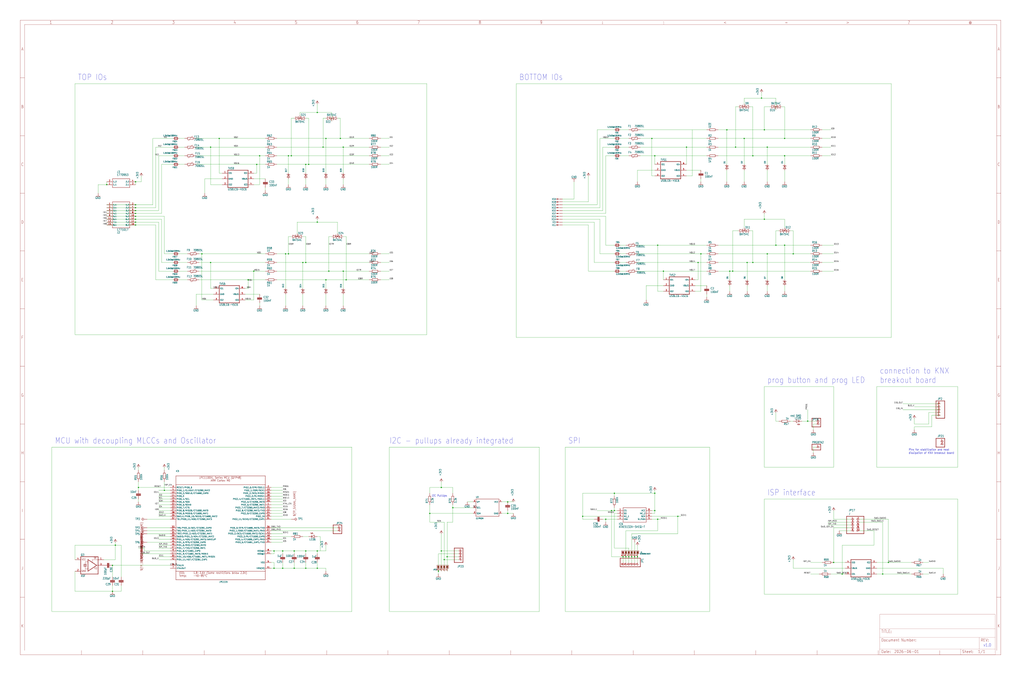
<source format=kicad_sch>
(kicad_sch (version 20231120) (generator "eeschema") (generator_version "8.0")
  (paper "User" 901.7 597.027)
  (junction (at 574.04 121.92))
  (junction (at 657.86 231.14))
  (junction (at 119.38 195.58))
  (junction (at 690.88 121.92))
  (junction (at 640.08 114.3))
  (junction (at 386.08 502.92))
  (junction (at 241.3 500.38))
  (junction (at 645.16 238.76))
  (junction (at 251.46 223.52))
  (junction (at 269.24 485.14))
  (junction (at 683.26 215.9))
  (junction (at 576.58 434.34))
  (junction (at 513.08 454.66))
  (junction (at 378.46 452.12))
  (junction (at 538.48 449.58))
  (junction (at 185.42 129.54))
  (junction (at 248.92 500.38))
  (junction (at 777.24 505.46))
  (junction (at 533.4 457.2))
  (junction (at 99.06 520.7))
  (junction (at 119.38 185.42))
  (junction (at 734.06 495.3))
  (junction (at 398.78 447.04))
  (junction (at 299.72 121.92))
  (junction (at 119.38 182.88))
  (junction (at 647.7 129.54))
  (junction (at 119.38 190.5))
  (junction (at 579.12 457.2))
  (junction (at 675.64 223.52))
  (junction (at 279.4 500.38))
  (junction (at 101.6 480.06))
  (junction (at 388.62 485.14))
  (junction (at 119.38 180.34))
  (junction (at 584.2 238.76))
  (junction (at 304.8 246.38))
  (junction (at 393.7 490.22))
  (junction (at 673.1 114.3))
  (junction (at 226.06 144.78))
  (junction (at 673.1 193.04))
  (junction (at 284.48 129.54))
  (junction (at 782.32 495.3))
  (junction (at 287.02 246.38))
  (junction (at 271.78 144.78))
  (junction (at 279.4 99.06))
  (junction (at 596.9 454.66))
  (junction (at 391.16 492.76))
  (junction (at 576.58 137.16))
  (junction (at 144.78 431.8))
  (junction (at 119.38 198.12))
  (junction (at 662.94 231.14))
  (junction (at 553.72 490.22))
  (junction (at 617.22 223.52))
  (junction (at 218.44 246.38))
  (junction (at 604.52 129.54))
  (junction (at 556.26 490.22))
  (junction (at 579.12 215.9))
  (junction (at 279.4 195.58))
  (junction (at 228.6 137.16))
  (junction (at 548.64 490.22))
  (junction (at 447.04 452.12))
  (junction (at 642.62 238.76))
  (junction (at 254 223.52))
  (junction (at 279.4 485.14))
  (junction (at 388.62 429.26))
  (junction (at 287.02 121.92))
  (junction (at 119.38 160.02))
  (junction (at 254 137.16))
  (junction (at 302.26 238.76))
  (junction (at 248.92 485.14))
  (junction (at 269.24 500.38))
  (junction (at 269.24 231.14))
  (junction (at 289.56 238.76))
  (junction (at 259.08 485.14))
  (junction (at 541.02 449.58))
  (junction (at 269.24 144.78))
  (junction (at 698.5 223.52))
  (junction (at 690.88 215.9))
  (junction (at 259.08 500.38))
  (junction (at 551.18 490.22))
  (junction (at 561.34 490.22))
  (junction (at 576.58 449.58))
  (junction (at 655.32 121.92))
  (junction (at 447.04 441.96))
  (junction (at 302.26 129.54))
  (junction (at 614.68 231.14))
  (junction (at 675.64 129.54))
  (junction (at 99.06 497.84))
  (junction (at 223.52 238.76))
  (junction (at 177.8 223.52))
  (junction (at 541.02 434.34))
  (junction (at 121.92 429.26))
  (junction (at 266.7 231.14))
  (junction (at 256.54 137.16))
  (junction (at 93.98 162.56))
  (junction (at 670.56 86.36))
  (junction (at 690.88 137.16))
  (junction (at 119.38 187.96))
  (junction (at 662.94 137.16))
  (junction (at 193.04 121.92))
  (junction (at 741.68 505.46))
  (junction (at 558.8 490.22))
  (junction (at 119.38 193.04))
  (junction (at 185.42 231.14))
  (junction (at 711.2 370.84))
  (junction (at 241.3 485.14))
  (wire (pts (xy 149.86 497.84) (xy 99.06 497.84)) (stroke (width 0.1524)))
  (wire (pts (xy 711.2 370.84) (xy 706.12 370.84)) (stroke (width 0.1524)))
  (wire (pts (xy 297.18 205.74) (xy 297.18 195.58)) (stroke (width 0.1524)))
  (wire (pts (xy 127 482.6) (xy 121.92 482.6)) (stroke (width 0.1524)))
  (wire (pts (xy 93.98 180.34) (xy 119.38 180.34)) (stroke (width 0.1524)))
  (wire (pts (xy 546.1 215.9) (xy 551.18 215.9)) (stroke (width 0.1524)))
  (wire (pts (xy 335.28 246.38) (xy 342.9 246.38)) (stroke (width 0.1524)))
  (wire (pts (xy 279.4 195.58) (xy 297.18 195.58)) (stroke (width 0.1524)))
  (wire (pts (xy 149.86 487.68) (xy 124.46 487.68)) (stroke (width 0.1524)))
  (wire (pts (xy 734.06 457.2) (xy 749.3 457.2)) (stroke (width 0.1524)))
  (wire (pts (xy 624.84 538.48) (xy 624.84 393.7)) (stroke (width 0.1524)))
  (wire (pts (xy 172.72 259.08) (xy 187.96 259.08)) (stroke (width 0.1524)))
  (wire (pts (xy 690.88 193.04) (xy 690.88 200.66)) (stroke (width 0.1524)))
  (wire (pts (xy 175.26 238.76) (xy 223.52 238.76)) (stroke (width 0.1524)))
  (wire (pts (xy 378.46 459.74) (xy 391.16 459.74)) (stroke (width 0.1524)))
  (wire (pts (xy 325.12 246.38) (xy 304.8 246.38)) (stroke (width 0.1524)))
  (wire (pts (xy 655.32 121.92) (xy 632.46 121.92)) (stroke (width 0.1524)))
  (wire (pts (xy 149.86 429.26) (xy 121.92 429.26)) (stroke (width 0.1524)))
  (wire (pts (xy 279.4 485.14) (xy 279.4 487.68)) (stroke (width 0.1524)))
  (wire (pts (xy 723.9 129.54) (xy 731.52 129.54)) (stroke (width 0.1524)))
  (wire (pts (xy 723.9 495.3) (xy 713.74 495.3)) (stroke (width 0.1524)))
  (wire (pts (xy 546.1 129.54) (xy 553.72 129.54)) (stroke (width 0.1524)))
  (wire (pts (xy 292.1 106.68) (xy 292.1 99.06)) (stroke (width 0.1524)))
  (wire (pts (xy 538.48 449.58) (xy 525.78 449.58)) (stroke (width 0.1524)))
  (wire (pts (xy 281.94 485.14) (xy 281.94 472.44)) (stroke (width 0.1524)))
  (wire (pts (xy 144.78 431.8) (xy 144.78 424.18)) (stroke (width 0.1524)))
  (wire (pts (xy 256.54 137.16) (xy 325.12 137.16)) (stroke (width 0.1524)))
  (wire (pts (xy 106.68 520.7) (xy 99.06 520.7)) (stroke (width 0.1524)))
  (wire (pts (xy 622.3 215.9) (xy 579.12 215.9)) (stroke (width 0.1524)))
  (wire (pts (xy 805.18 368.3) (xy 805.18 373.38)) (stroke (width 0.1524)))
  (wire (pts (xy 342.9 393.7) (xy 342.9 538.48)) (stroke (width 0.1524)))
  (wire (pts (xy 259.08 487.68) (xy 259.08 485.14)) (stroke (width 0.1524)))
  (wire (pts (xy 393.7 459.74) (xy 393.7 490.22)) (stroke (width 0.1524)))
  (wire (pts (xy 238.76 439.42) (xy 248.92 439.42)) (stroke (width 0.1524)))
  (wire (pts (xy 279.4 500.38) (xy 279.4 495.3)) (stroke (width 0.1524)))
  (wire (pts (xy 299.72 104.14) (xy 299.72 121.92)) (stroke (width 0.1524)))
  (wire (pts (xy 683.26 215.9) (xy 690.88 215.9)) (stroke (width 0.1524)))
  (wire (pts (xy 304.8 208.28) (xy 304.8 246.38)) (stroke (width 0.1524)))
  (wire (pts (xy 731.52 505.46) (xy 741.68 505.46)) (stroke (width 0.1524)))
  (wire (pts (xy 749.3 464.82) (xy 734.06 464.82)) (stroke (width 0.1524)))
  (wire (pts (xy 185.42 129.54) (xy 172.72 129.54)) (stroke (width 0.1524)))
  (wire (pts (xy 66.04 73.66) (xy 375.92 73.66)) (stroke (width 0.1524)))
  (wire (pts (xy 388.62 429.26) (xy 378.46 429.26)) (stroke (width 0.1524)))
  (wire (pts (xy 657.86 246.38) (xy 657.86 231.14)) (stroke (width 0.1524)))
  (wire (pts (xy 187.96 254) (xy 185.42 254)) (stroke (width 0.1524)))
  (wire (pts (xy 518.16 198.12) (xy 495.3 198.12)) (stroke (width 0.1524)))
  (wire (pts (xy 119.38 182.88) (xy 137.16 182.88)) (stroke (width 0.1524)))
  (wire (pts (xy 175.26 223.52) (xy 177.8 223.52)) (stroke (width 0.1524)))
  (wire (pts (xy 558.8 490.22) (xy 558.8 477.52)) (stroke (width 0.1524)))
  (wire (pts (xy 129.54 467.36) (xy 149.86 467.36)) (stroke (width 0.1524)))
  (wire (pts (xy 281.94 472.44) (xy 279.4 472.44)) (stroke (width 0.1524)))
  (wire (pts (xy 302.26 254) (xy 302.26 238.76)) (stroke (width 0.1524)))
  (wire (pts (xy 139.7 431.8) (xy 144.78 431.8)) (stroke (width 0.1524)))
  (wire (pts (xy 541.02 482.6) (xy 553.72 482.6)) (stroke (width 0.1524)))
  (wire (pts (xy 411.48 441.96) (xy 416.56 441.96)) (stroke (width 0.1524)))
  (wire (pts (xy 769.62 467.36) (xy 769.62 480.06)) (stroke (width 0.1524)))
  (wire (pts (xy 584.2 251.46) (xy 568.96 251.46)) (stroke (width 0.1524)))
  (wire (pts (xy 817.88 373.38) (xy 817.88 363.22)) (stroke (width 0.1524)))
  (wire (pts (xy 124.46 154.94) (xy 124.46 160.02)) (stroke (width 0.1524)))
  (wire (pts (xy 284.48 129.54) (xy 302.26 129.54)) (stroke (width 0.1524)))
  (wire (pts (xy 243.84 129.54) (xy 284.48 129.54)) (stroke (width 0.1524)))
  (wire (pts (xy 632.46 129.54) (xy 647.7 129.54)) (stroke (width 0.1524)))
  (wire (pts (xy 716.28 373.38) (xy 716.28 378.46)) (stroke (width 0.1524)))
  (wire (pts (xy 645.16 203.2) (xy 650.24 203.2)) (stroke (width 0.1524)))
  (wire (pts (xy 579.12 256.54) (xy 579.12 215.9)) (stroke (width 0.1524)))
  (wire (pts (xy 579.12 467.36) (xy 579.12 457.2)) (stroke (width 0.1524)))
  (wire (pts (xy 541.02 238.76) (xy 518.16 238.76)) (stroke (width 0.1524)))
  (wire (pts (xy 495.3 175.26) (xy 505.46 175.26)) (stroke (width 0.1524)))
  (wire (pts (xy 640.08 144.78) (xy 640.08 114.3)) (stroke (width 0.1524)))
  (wire (pts (xy 647.7 129.54) (xy 675.64 129.54)) (stroke (width 0.1524)))
  (wire (pts (xy 335.28 121.92) (xy 342.9 121.92)) (stroke (width 0.1524)))
  (wire (pts (xy 391.16 492.76) (xy 403.86 492.76)) (stroke (width 0.1524)))
  (wire (pts (xy 576.58 449.58) (xy 576.58 434.34)) (stroke (width 0.1524)))
  (wire (pts (xy 393.7 490.22) (xy 403.86 490.22)) (stroke (width 0.1524)))
  (wire (pts (xy 223.52 264.16) (xy 223.52 238.76)) (stroke (width 0.1524)))
  (wire (pts (xy 675.64 256.54) (xy 675.64 251.46)) (stroke (width 0.1524)))
  (wire (pts (xy 772.16 500.38) (xy 830.58 500.38)) (stroke (width 0.1524)))
  (wire (pts (xy 238.76 449.58) (xy 248.92 449.58)) (stroke (width 0.1524)))
  (wire (pts (xy 640.08 114.3) (xy 673.1 114.3)) (stroke (width 0.1524)))
  (wire (pts (xy 495.3 177.8) (xy 518.16 177.8)) (stroke (width 0.1524)))
  (wire (pts (xy 144.78 223.52) (xy 144.78 190.5)) (stroke (width 0.1524)))
  (wire (pts (xy 139.7 480.06) (xy 149.86 480.06)) (stroke (width 0.1524)))
  (wire (pts (xy 223.52 157.48) (xy 233.68 157.48)) (stroke (width 0.1524)))
  (wire (pts (xy 287.02 121.92) (xy 284.48 121.92)) (stroke (width 0.1524)))
  (wire (pts (xy 279.4 485.14) (xy 287.02 485.14)) (stroke (width 0.1524)))
  (wire (pts (xy 142.24 193.04) (xy 119.38 193.04)) (stroke (width 0.1524)))
  (wire (pts (xy 541.02 114.3) (xy 525.78 114.3)) (stroke (width 0.1524)))
  (wire (pts (xy 574.04 457.2) (xy 579.12 457.2)) (stroke (width 0.1524)))
  (wire (pts (xy 551.18 231.14) (xy 546.1 231.14)) (stroke (width 0.1524)))
  (wire (pts (xy 551.18 495.3) (xy 551.18 490.22)) (stroke (width 0.1524)))
  (wire (pts (xy 269.24 495.3) (xy 269.24 500.38)) (stroke (width 0.1524)))
  (wire (pts (xy 289.56 208.28) (xy 289.56 238.76)) (stroke (width 0.1524)))
  (wire (pts (xy 226.06 152.4) (xy 226.06 144.78)) (stroke (width 0.1524)))
  (wire (pts (xy 622.3 238.76) (xy 584.2 238.76)) (stroke (width 0.1524)))
  (wire (pts (xy 673.1 193.04) (xy 690.88 193.04)) (stroke (width 0.1524)))
  (wire (pts (xy 248.92 495.3) (xy 248.92 500.38)) (stroke (width 0.1524)))
  (wire (pts (xy 495.3 190.5) (xy 533.4 190.5)) (stroke (width 0.1524)))
  (wire (pts (xy 713.74 137.16) (xy 690.88 137.16)) (stroke (width 0.1524)))
  (wire (pts (xy 251.46 223.52) (xy 251.46 254)) (stroke (width 0.1524)))
  (wire (pts (xy 287.02 500.38) (xy 287.02 502.92)) (stroke (width 0.1524)))
  (wire (pts (xy 673.1 93.98) (xy 673.1 114.3)) (stroke (width 0.1524)))
  (wire (pts (xy 66.04 520.7) (xy 99.06 520.7)) (stroke (width 0.1524)))
  (wire (pts (xy 528.32 193.04) (xy 528.32 223.52)) (stroke (width 0.1524)))
  (wire (pts (xy 287.02 259.08) (xy 287.02 269.24)) (stroke (width 0.1524)))
  (wire (pts (xy 777.24 505.46) (xy 802.64 505.46)) (stroke (width 0.1524)))
  (wire (pts (xy 325.12 121.92) (xy 299.72 121.92)) (stroke (width 0.1524)))
  (wire (pts (xy 718.82 393.7) (xy 716.28 393.7)) (stroke (width 0.1524)))
  (wire (pts (xy 728.98 462.28) (xy 749.3 462.28)) (stroke (width 0.1524)))
  (wire (pts (xy 523.24 457.2) (xy 513.08 457.2)) (stroke (width 0.1524)))
  (wire (pts (xy 66.04 294.64) (xy 375.92 294.64)) (stroke (width 0.1524)))
  (wire (pts (xy 271.78 472.44) (xy 266.7 472.44)) (stroke (width 0.1524)))
  (wire (pts (xy 99.06 520.7) (xy 99.06 515.62)) (stroke (width 0.1524)))
  (wire (pts (xy 612.14 256.54) (xy 617.22 256.54)) (stroke (width 0.1524)))
  (wire (pts (xy 248.92 469.9) (xy 238.76 469.9)) (stroke (width 0.1524)))
  (wire (pts (xy 193.04 144.78) (xy 226.06 144.78)) (stroke (width 0.1524)))
  (wire (pts (xy 576.58 137.16) (xy 622.3 137.16)) (stroke (width 0.1524)))
  (wire (pts (xy 165.1 238.76) (xy 157.48 238.76)) (stroke (width 0.1524)))
  (wire (pts (xy 149.86 449.58) (xy 139.7 449.58)) (stroke (width 0.1524)))
  (wire (pts (xy 541.02 137.16) (xy 533.4 137.16)) (stroke (width 0.1524)))
  (wire (pts (xy 144.78 223.52) (xy 152.4 223.52)) (stroke (width 0.1524)))
  (wire (pts (xy 650.24 93.98) (xy 647.7 93.98)) (stroke (width 0.1524)))
  (wire (pts (xy 309.88 538.48) (xy 309.88 393.7)) (stroke (width 0.1524)))
  (wire (pts (xy 802.64 495.3) (xy 782.32 495.3)) (stroke (width 0.1524)))
  (wire (pts (xy 335.28 144.78) (xy 342.9 144.78)) (stroke (width 0.1524)))
  (wire (pts (xy 551.18 490.22) (xy 551.18 467.36)) (stroke (width 0.1524)))
  (wire (pts (xy 342.9 538.48) (xy 474.98 538.48)) (stroke (width 0.1524)))
  (wire (pts (xy 241.3 495.3) (xy 241.3 500.38)) (stroke (width 0.1524)))
  (wire (pts (xy 820.42 375.92) (xy 820.42 365.76)) (stroke (width 0.1524)))
  (wire (pts (xy 223.52 162.56) (xy 228.6 162.56)) (stroke (width 0.1524)))
  (wire (pts (xy 218.44 246.38) (xy 233.68 246.38)) (stroke (width 0.1524)))
  (wire (pts (xy 172.72 137.16) (xy 228.6 137.16)) (stroke (width 0.1524)))
  (wire (pts (xy 134.62 121.92) (xy 152.4 121.92)) (stroke (width 0.1524)))
  (wire (pts (xy 843.28 340.36) (xy 772.16 340.36)) (stroke (width 0.1524)))
  (wire (pts (xy 690.88 149.86) (xy 690.88 160.02)) (stroke (width 0.1524)))
  (wire (pts (xy 121.92 411.48) (xy 121.92 414.02)) (stroke (width 0.1524)))
  (wire (pts (xy 556.26 495.3) (xy 556.26 490.22)) (stroke (width 0.1524)))
  (wire (pts (xy 617.22 160.02) (xy 617.22 157.48)) (stroke (width 0.1524)))
  (wire (pts (xy 172.72 144.78) (xy 193.04 144.78)) (stroke (width 0.1524)))
  (wire (pts (xy 289.56 238.76) (xy 243.84 238.76)) (stroke (width 0.1524)))
  (wire (pts (xy 259.08 500.38) (xy 259.08 495.3)) (stroke (width 0.1524)))
  (wire (pts (xy 238.76 436.88) (xy 248.92 436.88)) (stroke (width 0.1524)))
  (wire (pts (xy 655.32 193.04) (xy 673.1 193.04)) (stroke (width 0.1524)))
  (wire (pts (xy 769.62 480.06) (xy 741.68 480.06)) (stroke (width 0.1524)))
  (wire (pts (xy 497.84 393.7) (xy 497.84 538.48)) (stroke (width 0.1524)))
  (wire (pts (xy 561.34 149.86) (xy 561.34 160.02)) (stroke (width 0.1524)))
  (wire (pts (xy 378.46 429.26) (xy 378.46 434.34)) (stroke (width 0.1524)))
  (wire (pts (xy 165.1 231.14) (xy 157.48 231.14)) (stroke (width 0.1524)))
  (wire (pts (xy 513.08 434.34) (xy 541.02 434.34)) (stroke (width 0.1524)))
  (wire (pts (xy 251.46 223.52) (xy 243.84 223.52)) (stroke (width 0.1524)))
  (wire (pts (xy 93.98 187.96) (xy 119.38 187.96)) (stroke (width 0.1524)))
  (wire (pts (xy 378.46 452.12) (xy 378.46 459.74)) (stroke (width 0.1524)))
  (wire (pts (xy 683.26 203.2) (xy 683.26 215.9)) (stroke (width 0.1524)))
  (wire (pts (xy 223.52 238.76) (xy 233.68 238.76)) (stroke (width 0.1524)))
  (wire (pts (xy 325.12 231.14) (xy 269.24 231.14)) (stroke (width 0.1524)))
  (wire (pts (xy 530.86 129.54) (xy 530.86 185.42)) (stroke (width 0.1524)))
  (wire (pts (xy 543.56 457.2) (xy 533.4 457.2)) (stroke (width 0.1524)))
  (wire (pts (xy 723.9 121.92) (xy 731.52 121.92)) (stroke (width 0.1524)))
  (wire (pts (xy 398.78 444.5) (xy 398.78 447.04)) (stroke (width 0.1524)))
  (wire (pts (xy 675.64 246.38) (xy 675.64 223.52)) (stroke (width 0.1524)))
  (wire (pts (xy 398.78 459.74) (xy 393.7 459.74)) (stroke (width 0.1524)))
  (wire (pts (xy 683.26 370.84) (xy 685.8 370.84)) (stroke (width 0.1524)))
  (wire (pts (xy 139.7 137.16) (xy 139.7 185.42)) (stroke (width 0.1524)))
  (wire (pts (xy 558.8 495.3) (xy 558.8 490.22)) (stroke (width 0.1524)))
  (wire (pts (xy 149.86 447.04) (xy 139.7 447.04)) (stroke (width 0.1524)))
  (wire (pts (xy 157.48 246.38) (xy 165.1 246.38)) (stroke (width 0.1524)))
  (wire (pts (xy 287.02 121.92) (xy 287.02 152.4)) (stroke (width 0.1524)))
  (wire (pts (xy 670.56 81.28) (xy 670.56 86.36)) (stroke (width 0.1524)))
  (wire (pts (xy 642.62 246.38) (xy 642.62 238.76)) (stroke (width 0.1524)))
  (wire (pts (xy 259.08 104.14) (xy 256.54 104.14)) (stroke (width 0.1524)))
  (wire (pts (xy 284.48 104.14) (xy 284.48 129.54)) (stroke (width 0.1524)))
  (wire (pts (xy 563.88 114.3) (xy 622.3 114.3)) (stroke (width 0.1524)))
  (wire (pts (xy 525.78 180.34) (xy 495.3 180.34)) (stroke (width 0.1524)))
  (wire (pts (xy 695.96 203.2) (xy 698.5 203.2)) (stroke (width 0.1524)))
  (wire (pts (xy 673.1 439.42) (xy 673.1 523.24)) (stroke (width 0.1524)))
  (wire (pts (xy 238.76 457.2) (xy 256.54 457.2)) (stroke (width 0.1524)))
  (wire (pts (xy 157.48 223.52) (xy 165.1 223.52)) (stroke (width 0.1524)))
  (wire (pts (xy 106.68 515.62) (xy 106.68 520.7)) (stroke (width 0.1524)))
  (wire (pts (xy 820.42 365.76) (xy 828.04 365.76)) (stroke (width 0.1524)))
  (wire (pts (xy 612.14 251.46) (xy 622.3 251.46)) (stroke (width 0.1524)))
  (wire (pts (xy 741.68 505.46) (xy 741.68 480.06)) (stroke (width 0.1524)))
  (wire (pts (xy 185.42 254) (xy 185.42 231.14)) (stroke (width 0.1524)))
  (wire (pts (xy 269.24 208.28) (xy 269.24 231.14)) (stroke (width 0.1524)))
  (wire (pts (xy 241.3 500.38) (xy 238.76 500.38)) (stroke (width 0.1524)))
  (wire (pts (xy 149.86 474.98) (xy 139.7 474.98)) (stroke (width 0.1524)))
  (wire (pts (xy 574.04 452.12) (xy 576.58 452.12)) (stroke (width 0.1524)))
  (wire (pts (xy 690.88 137.16) (xy 662.94 137.16)) (stroke (width 0.1524)))
  (wire (pts (xy 139.7 137.16) (xy 152.4 137.16)) (stroke (width 0.1524)))
  (wire (pts (xy 149.86 441.96) (xy 139.7 441.96)) (stroke (width 0.1524)))
  (wire (pts (xy 723.9 223.52) (xy 734.06 223.52)) (stroke (width 0.1524)))
  (wire (pts (xy 269.24 144.78) (xy 243.84 144.78)) (stroke (width 0.1524)))
  (wire (pts (xy 533.4 457.2) (xy 533.4 459.74)) (stroke (width 0.1524)))
  (wire (pts (xy 398.78 447.04) (xy 416.56 447.04)) (stroke (width 0.1524)))
  (wire (pts (xy 655.32 200.66) (xy 655.32 193.04)) (stroke (width 0.1524)))
  (wire (pts (xy 185.42 129.54) (xy 233.68 129.54)) (stroke (width 0.1524)))
  (wire (pts (xy 149.86 469.9) (xy 129.54 469.9)) (stroke (width 0.1524)))
  (wire (pts (xy 830.58 500.38) (xy 830.58 505.46)) (stroke (width 0.1524)))
  (wire (pts (xy 474.98 393.7) (xy 342.9 393.7)) (stroke (width 0.1524)))
  (wire (pts (xy 546.1 137.16) (xy 553.72 137.16)) (stroke (width 0.1524)))
  (wire (pts (xy 121.92 424.18) (xy 121.92 429.26)) (stroke (width 0.1524)))
  (wire (pts (xy 266.7 259.08) (xy 266.7 269.24)) (stroke (width 0.1524)))
  (wire (pts (xy 269.24 157.48) (xy 269.24 162.56)) (stroke (width 0.1524)))
  (wire (pts (xy 690.88 93.98) (xy 690.88 121.92)) (stroke (width 0.1524)))
  (wire (pts (xy 518.16 198.12) (xy 518.16 238.76)) (stroke (width 0.1524)))
  (wire (pts (xy 172.72 121.92) (xy 193.04 121.92)) (stroke (width 0.1524)))
  (wire (pts (xy 279.4 500.38) (xy 287.02 500.38)) (stroke (width 0.1524)))
  (wire (pts (xy 805.18 375.92) (xy 820.42 375.92)) (stroke (width 0.1524)))
  (wire (pts (xy 645.16 238.76) (xy 642.62 238.76)) (stroke (width 0.1524)))
  (wire (pts (xy 238.76 485.14) (xy 241.3 485.14)) (stroke (width 0.1524)))
  (wire (pts (xy 645.16 238.76) (xy 713.74 238.76)) (stroke (width 0.1524)))
  (wire (pts (xy 632.46 137.16) (xy 662.94 137.16)) (stroke (width 0.1524)))
  (wire (pts (xy 335.28 137.16) (xy 342.9 137.16)) (stroke (width 0.1524)))
  (wire (pts (xy 609.6 154.94) (xy 609.6 114.3)) (stroke (width 0.1524)))
  (wire (pts (xy 185.42 162.56) (xy 195.58 162.56)) (stroke (width 0.1524)))
  (wire (pts (xy 287.02 254) (xy 287.02 246.38)) (stroke (width 0.1524)))
  (wire (pts (xy 149.86 485.14) (xy 127 485.14)) (stroke (width 0.1524)))
  (wire (pts (xy 660.4 93.98) (xy 662.94 93.98)) (stroke (width 0.1524)))
  (wire (pts (xy 528.32 223.52) (xy 541.02 223.52)) (stroke (width 0.1524)))
  (wire (pts (xy 259.08 500.38) (xy 269.24 500.38)) (stroke (width 0.1524)))
  (wire (pts (xy 142.24 144.78) (xy 142.24 187.96)) (stroke (width 0.1524)))
  (wire (pts (xy 530.86 129.54) (xy 541.02 129.54)) (stroke (width 0.1524)))
  (wire (pts (xy 193.04 121.92) (xy 233.68 121.92)) (stroke (width 0.1524)))
  (wire (pts (xy 66.04 502.92) (xy 66.04 520.7)) (stroke (width 0.1524)))
  (wire (pts (xy 378.46 452.12) (xy 416.56 452.12)) (stroke (width 0.1524)))
  (wire (pts (xy 177.8 264.16) (xy 177.8 223.52)) (stroke (width 0.1524)))
  (wire (pts (xy 269.24 231.14) (xy 266.7 231.14)) (stroke (width 0.1524)))
  (wire (pts (xy 271.78 144.78) (xy 269.24 144.78)) (stroke (width 0.1524)))
  (wire (pts (xy 690.88 251.46) (xy 690.88 256.54)) (stroke (width 0.1524)))
  (wire (pts (xy 398.78 434.34) (xy 398.78 429.26)) (stroke (width 0.1524)))
  (wire (pts (xy 657.86 231.14) (xy 662.94 231.14)) (stroke (width 0.1524)))
  (wire (pts (xy 254 137.16) (xy 254 152.4)) (stroke (width 0.1524)))
  (wire (pts (xy 248.92 487.68) (xy 248.92 485.14)) (stroke (width 0.1524)))
  (wire (pts (xy 254 137.16) (xy 243.84 137.16)) (stroke (width 0.1524)))
  (wire (pts (xy 698.5 500.38) (xy 698.5 492.76)) (stroke (width 0.1524)))
  (wire (pts (xy 238.76 431.8) (xy 248.92 431.8)) (stroke (width 0.1524)))
  (wire (pts (xy 45.72 393.7) (xy 45.72 538.48)) (stroke (width 0.1524)))
  (wire (pts (xy 447.04 452.12) (xy 452.12 452.12)) (stroke (width 0.1524)))
  (wire (pts (xy 187.96 264.16) (xy 177.8 264.16)) (stroke (width 0.1524)))
  (wire (pts (xy 548.64 495.3) (xy 548.64 490.22)) (stroke (width 0.1524)))
  (wire (pts (xy 685.8 203.2) (xy 683.26 203.2)) (stroke (width 0.1524)))
  (wire (pts (xy 673.1 439.42) (xy 843.28 439.42)) (stroke (width 0.1524)))
  (wire (pts (xy 228.6 269.24) (xy 228.6 266.7)) (stroke (width 0.1524)))
  (wire (pts (xy 238.76 495.3) (xy 241.3 495.3)) (stroke (width 0.1524)))
  (wire (pts (xy 287.02 104.14) (xy 284.48 104.14)) (stroke (width 0.1524)))
  (wire (pts (xy 655.32 144.78) (xy 655.32 121.92)) (stroke (width 0.1524)))
  (wire (pts (xy 137.16 198.12) (xy 137.16 246.38)) (stroke (width 0.1524)))
  (wire (pts (xy 642.62 256.54) (xy 642.62 251.46)) (stroke (width 0.1524)))
  (wire (pts (xy 144.78 431.8) (xy 149.86 431.8)) (stroke (width 0.1524)))
  (wire (pts (xy 805.18 373.38) (xy 817.88 373.38)) (stroke (width 0.1524)))
  (wire (pts (xy 574.04 154.94) (xy 574.04 121.92)) (stroke (width 0.1524)))
  (wire (pts (xy 723.9 137.16) (xy 731.52 137.16)) (stroke (width 0.1524)))
  (wire (pts (xy 238.76 474.98) (xy 248.92 474.98)) (stroke (width 0.1524)))
  (wire (pts (xy 690.88 121.92) (xy 655.32 121.92)) (stroke (width 0.1524)))
  (wire (pts (xy 556.26 469.9) (xy 596.9 469.9)) (stroke (width 0.1524)))
  (wire (pts (xy 127 485.14) (xy 127 482.6)) (stroke (width 0.1524)))
  (wire (pts (xy 269.24 485.14) (xy 279.4 485.14)) (stroke (width 0.1524)))
  (wire (pts (xy 756.92 457.2) (xy 782.32 457.2)) (stroke (width 0.1524)))
  (wire (pts (xy 119.38 187.96) (xy 142.24 187.96)) (stroke (width 0.1524)))
  (wire (pts (xy 139.7 492.76) (xy 149.86 492.76)) (stroke (width 0.1524)))
  (wire (pts (xy 248.92 500.38) (xy 259.08 500.38)) (stroke (width 0.1524)))
  (wire (pts (xy 543.56 449.58) (xy 541.02 449.58)) (stroke (width 0.1524)))
  (wire (pts (xy 772.16 505.46) (xy 777.24 505.46)) (stroke (width 0.1524)))
  (wire (pts (xy 734.06 411.48) (xy 734.06 340.36)) (stroke (width 0.1524)))
  (wire (pts (xy 513.08 454.66) (xy 513.08 434.34)) (stroke (width 0.1524)))
  (wire (pts (xy 149.86 434.34) (xy 139.7 434.34)) (stroke (width 0.1524)))
  (wire (pts (xy 741.68 505.46) (xy 744.22 505.46)) (stroke (width 0.1524)))
  (wire (pts (xy 157.48 121.92) (xy 162.56 121.92)) (stroke (width 0.1524)))
  (wire (pts (xy 325.12 238.76) (xy 302.26 238.76)) (stroke (width 0.1524)))
  (wire (pts (xy 596.9 469.9) (xy 596.9 454.66)) (stroke (width 0.1524)))
  (wire (pts (xy 579.12 457.2) (xy 581.66 457.2)) (stroke (width 0.1524)))
  (wire (pts (xy 795.02 355.6) (xy 828.04 355.6)) (stroke (width 0.1524)))
  (wire (pts (xy 302.26 238.76) (xy 289.56 238.76)) (stroke (width 0.1524)))
  (wire (pts (xy 690.88 121.92) (xy 713.74 121.92)) (stroke (width 0.1524)))
  (wire (pts (xy 632.46 114.3) (xy 640.08 114.3)) (stroke (width 0.1524)))
  (wire (pts (xy 673.1 340.36) (xy 673.1 411.48)) (stroke (width 0.1524)))
  (wire (pts (xy 690.88 246.38) (xy 690.88 215.9)) (stroke (width 0.1524)))
  (wire (pts (xy 718.82 373.38) (xy 716.28 373.38)) (stroke (width 0.1524)))
  (wire (pts (xy 238.76 441.96) (xy 248.92 441.96)) (stroke (width 0.1524)))
  (wire (pts (xy 269.24 500.38) (xy 279.4 500.38)) (stroke (width 0.1524)))
  (wire (pts (xy 228.6 162.56) (xy 228.6 137.16)) (stroke (width 0.1524)))
  (wire (pts (xy 299.72 121.92) (xy 287.02 121.92)) (stroke (width 0.1524)))
  (wire (pts (xy 556.26 490.22) (xy 556.26 469.9)) (stroke (width 0.1524)))
  (wire (pts (xy 297.18 104.14) (xy 299.72 104.14)) (stroke (width 0.1524)))
  (wire (pts (xy 690.88 215.9) (xy 713.74 215.9)) (stroke (width 0.1524)))
  (wire (pts (xy 304.8 246.38) (xy 287.02 246.38)) (stroke (width 0.1524)))
  (wire (pts (xy 584.2 256.54) (xy 579.12 256.54)) (stroke (width 0.1524)))
  (wire (pts (xy 721.36 505.46) (xy 713.74 505.46)) (stroke (width 0.1524)))
  (wire (pts (xy 215.9 254) (xy 218.44 254)) (stroke (width 0.1524)))
  (wire (pts (xy 553.72 495.3) (xy 553.72 490.22)) (stroke (width 0.1524)))
  (wire (pts (xy 238.76 467.36) (xy 297.18 467.36)) (stroke (width 0.1524)))
  (wire (pts (xy 162.56 137.16) (xy 157.48 137.16)) (stroke (width 0.1524)))
  (wire (pts (xy 226.06 144.78) (xy 233.68 144.78)) (stroke (width 0.1524)))
  (wire (pts (xy 612.14 246.38) (xy 614.68 246.38)) (stroke (width 0.1524)))
  (wire (pts (xy 266.7 254) (xy 266.7 231.14)) (stroke (width 0.1524)))
  (wire (pts (xy 335.28 129.54) (xy 342.9 129.54)) (stroke (width 0.1524)))
  (wire (pts (xy 622.3 223.52) (xy 617.22 223.52)) (stroke (width 0.1524)))
  (wire (pts (xy 513.08 457.2) (xy 513.08 454.66)) (stroke (width 0.1524)))
  (wire (pts (xy 525.78 114.3) (xy 525.78 180.34)) (stroke (width 0.1524)))
  (wire (pts (xy 185.42 162.56) (xy 185.42 129.54)) (stroke (width 0.1524)))
  (wire (pts (xy 447.04 441.96) (xy 452.12 441.96)) (stroke (width 0.1524)))
  (wire (pts (xy 261.62 195.58) (xy 279.4 195.58)) (stroke (width 0.1524)))
  (wire (pts (xy 632.46 231.14) (xy 645.16 231.14)) (stroke (width 0.1524)))
  (wire (pts (xy 302.26 208.28) (xy 304.8 208.28)) (stroke (width 0.1524)))
  (wire (pts (xy 454.66 73.66) (xy 784.86 73.66)) (stroke (width 0.1524)))
  (wire (pts (xy 744.22 495.3) (xy 734.06 495.3)) (stroke (width 0.1524)))
  (wire (pts (xy 256.54 104.14) (xy 256.54 137.16)) (stroke (width 0.1524)))
  (wire (pts (xy 662.94 231.14) (xy 713.74 231.14)) (stroke (width 0.1524)))
  (wire (pts (xy 266.7 231.14) (xy 243.84 231.14)) (stroke (width 0.1524)))
  (wire (pts (xy 195.58 152.4) (xy 193.04 152.4)) (stroke (width 0.1524)))
  (wire (pts (xy 269.24 104.14) (xy 271.78 104.14)) (stroke (width 0.1524)))
  (wire (pts (xy 129.54 477.52) (xy 149.86 477.52)) (stroke (width 0.1524)))
  (wire (pts (xy 256.54 208.28) (xy 254 208.28)) (stroke (width 0.1524)))
  (wire (pts (xy 642.62 238.76) (xy 632.46 238.76)) (stroke (width 0.1524)))
  (wire (pts (xy 149.86 444.5) (xy 139.7 444.5)) (stroke (width 0.1524)))
  (wire (pts (xy 543.56 452.12) (xy 541.02 452.12)) (stroke (width 0.1524)))
  (wire (pts (xy 617.22 149.86) (xy 604.52 149.86)) (stroke (width 0.1524)))
  (wire (pts (xy 233.68 231.14) (xy 185.42 231.14)) (stroke (width 0.1524)))
  (wire (pts (xy 744.22 500.38) (xy 698.5 500.38)) (stroke (width 0.1524)))
  (wire (pts (xy 101.6 492.76) (xy 101.6 480.06)) (stroke (width 0.1524)))
  (wire (pts (xy 538.48 449.58) (xy 538.48 490.22)) (stroke (width 0.1524)))
  (wire (pts (xy 568.96 251.46) (xy 568.96 264.16)) (stroke (width 0.1524)))
  (wire (pts (xy 655.32 86.36) (xy 655.32 91.44)) (stroke (width 0.1524)))
  (wire (pts (xy 149.86 452.12) (xy 139.7 452.12)) (stroke (width 0.1524)))
  (wire (pts (xy 66.04 480.06) (xy 101.6 480.06)) (stroke (width 0.1524)))
  (wire (pts (xy 335.28 238.76) (xy 342.9 238.76)) (stroke (width 0.1524)))
  (wire (pts (xy 632.46 215.9) (xy 683.26 215.9)) (stroke (width 0.1524)))
  (wire (pts (xy 241.3 487.68) (xy 241.3 485.14)) (stroke (width 0.1524)))
  (wire (pts (xy 734.06 340.36) (xy 673.1 340.36)) (stroke (width 0.1524)))
  (wire (pts (xy 175.26 246.38) (xy 177.8 246.38)) (stroke (width 0.1524)))
  (wire (pts (xy 505.46 175.26) (xy 505.46 160.02)) (stroke (width 0.1524)))
  (wire (pts (xy 238.76 464.82) (xy 297.18 464.82)) (stroke (width 0.1524)))
  (wire (pts (xy 251.46 269.24) (xy 251.46 259.08)) (stroke (width 0.1524)))
  (wire (pts (xy 137.16 129.54) (xy 137.16 182.88)) (stroke (width 0.1524)))
  (wire (pts (xy 530.86 457.2) (xy 533.4 457.2)) (stroke (width 0.1524)))
  (wire (pts (xy 172.72 269.24) (xy 172.72 259.08)) (stroke (width 0.1524)))
  (wire (pts (xy 614.68 231.14) (xy 622.3 231.14)) (stroke (width 0.1524)))
  (wire (pts (xy 441.96 452.12) (xy 447.04 452.12)) (stroke (width 0.1524)))
  (wire (pts (xy 302.26 269.24) (xy 302.26 259.08)) (stroke (width 0.1524)))
  (wire (pts (xy 391.16 492.76) (xy 391.16 502.92)) (stroke (width 0.1524)))
  (wire (pts (xy 139.7 238.76) (xy 139.7 195.58)) (stroke (width 0.1524)))
  (wire (pts (xy 782.32 495.3) (xy 772.16 495.3)) (stroke (width 0.1524)))
  (wire (pts (xy 546.1 121.92) (xy 553.72 121.92)) (stroke (width 0.1524)))
  (wire (pts (xy 474.98 393.7) (xy 474.98 538.48)) (stroke (width 0.1524)))
  (wire (pts (xy 675.64 223.52) (xy 632.46 223.52)) (stroke (width 0.1524)))
  (wire (pts (xy 261.62 195.58) (xy 261.62 205.74)) (stroke (width 0.1524)))
  (wire (pts (xy 248.92 500.38) (xy 241.3 500.38)) (stroke (width 0.1524)))
  (wire (pts (xy 403.86 485.14) (xy 388.62 485.14)) (stroke (width 0.1524)))
  (wire (pts (xy 454.66 73.66) (xy 454.66 297.18)) (stroke (width 0.1524)))
  (wire (pts (xy 139.7 195.58) (xy 119.38 195.58)) (stroke (width 0.1524)))
  (wire (pts (xy 548.64 490.22) (xy 538.48 490.22)) (stroke (width 0.1524)))
  (wire (pts (xy 756.92 459.74) (xy 777.24 459.74)) (stroke (width 0.1524)))
  (wire (pts (xy 93.98 198.12) (xy 119.38 198.12)) (stroke (width 0.1524)))
  (wire (pts (xy 93.98 193.04) (xy 119.38 193.04)) (stroke (width 0.1524)))
  (wire (pts (xy 670.56 86.36) (xy 683.26 86.36)) (stroke (width 0.1524)))
  (wire (pts (xy 561.34 231.14) (xy 614.68 231.14)) (stroke (width 0.1524)))
  (wire (pts (xy 777.24 459.74) (xy 777.24 505.46)) (stroke (width 0.1524)))
  (wire (pts (xy 142.24 144.78) (xy 152.4 144.78)) (stroke (width 0.1524)))
  (wire (pts (xy 106.68 508) (xy 106.68 480.06)) (stroke (width 0.1524)))
  (wire (pts (xy 279.4 193.04) (xy 279.4 195.58)) (stroke (width 0.1524)))
  (wire (pts (xy 45.72 538.48) (xy 309.88 538.48)) (stroke (width 0.1524)))
  (wire (pts (xy 713.74 223.52) (xy 698.5 223.52)) (stroke (width 0.1524)))
  (wire (pts (xy 398.78 429.26) (xy 388.62 429.26)) (stroke (width 0.1524)))
  (wire (pts (xy 688.34 93.98) (xy 690.88 93.98)) (stroke (width 0.1524)))
  (wire (pts (xy 309.88 393.7) (xy 45.72 393.7)) (stroke (width 0.1524)))
  (wire (pts (xy 180.34 170.18) (xy 180.34 157.48)) (stroke (width 0.1524)))
  (wire (pts (xy 454.66 297.18) (xy 784.86 297.18)) (stroke (width 0.1524)))
  (wire (pts (xy 614.68 246.38) (xy 614.68 231.14)) (stroke (width 0.1524)))
  (wire (pts (xy 391.16 492.76) (xy 391.16 459.74)) (stroke (width 0.1524)))
  (wire (pts (xy 93.98 195.58) (xy 119.38 195.58)) (stroke (width 0.1524)))
  (wire (pts (xy 447.04 449.58) (xy 447.04 452.12)) (stroke (width 0.1524)))
  (wire (pts (xy 149.86 490.22) (xy 139.7 490.22)) (stroke (width 0.1524)))
  (wire (pts (xy 388.62 429.26) (xy 388.62 424.18)) (stroke (width 0.1524)))
  (wire (pts (xy 177.8 246.38) (xy 218.44 246.38)) (stroke (width 0.1524)))
  (wire (pts (xy 584.2 238.76) (xy 561.34 238.76)) (stroke (width 0.1524)))
  (wire (pts (xy 185.42 231.14) (xy 175.26 231.14)) (stroke (width 0.1524)))
  (wire (pts (xy 398.78 447.04) (xy 398.78 459.74)) (stroke (width 0.1524)))
  (wire (pts (xy 723.9 215.9) (xy 734.06 215.9)) (stroke (width 0.1524)))
  (wire (pts (xy 546.1 114.3) (xy 553.72 114.3)) (stroke (width 0.1524)))
  (wire (pts (xy 91.44 492.76) (xy 101.6 492.76)) (stroke (width 0.1524)))
  (wire (pts (xy 805.18 375.92) (xy 805.18 378.46)) (stroke (width 0.1524)))
  (wire (pts (xy 386.08 502.92) (xy 386.08 505.46)) (stroke (width 0.1524)))
  (wire (pts (xy 541.02 449.58) (xy 538.48 449.58)) (stroke (width 0.1524)))
  (wire (pts (xy 772.16 411.48) (xy 843.28 411.48)) (stroke (width 0.1524)))
  (wire (pts (xy 660.4 203.2) (xy 662.94 203.2)) (stroke (width 0.1524)))
  (wire (pts (xy 723.9 231.14) (xy 734.06 231.14)) (stroke (width 0.1524)))
  (wire (pts (xy 647.7 93.98) (xy 647.7 129.54)) (stroke (width 0.1524)))
  (wire (pts (xy 106.68 480.06) (xy 101.6 480.06)) (stroke (width 0.1524)))
  (wire (pts (xy 716.28 393.7) (xy 716.28 398.78)) (stroke (width 0.1524)))
  (wire (pts (xy 843.28 523.24) (xy 843.28 439.42)) (stroke (width 0.1524)))
  (wire (pts (xy 541.02 452.12) (xy 541.02 482.6)) (stroke (width 0.1524)))
  (wire (pts (xy 673.1 523.24) (xy 843.28 523.24)) (stroke (width 0.1524)))
  (wire (pts (xy 269.24 487.68) (xy 269.24 485.14)) (stroke (width 0.1524)))
  (wire (pts (xy 645.16 231.14) (xy 657.86 231.14)) (stroke (width 0.1524)))
  (wire (pts (xy 528.32 121.92) (xy 528.32 182.88)) (stroke (width 0.1524)))
  (wire (pts (xy 518.16 177.8) (xy 518.16 154.94)) (stroke (width 0.1524)))
  (wire (pts (xy 622.3 259.08) (xy 622.3 261.62)) (stroke (width 0.1524)))
  (wire (pts (xy 584.2 246.38) (xy 584.2 238.76)) (stroke (width 0.1524)))
  (wire (pts (xy 375.92 73.66) (xy 375.92 294.64)) (stroke (width 0.1524)))
  (wire (pts (xy 670.56 86.36) (xy 655.32 86.36)) (stroke (width 0.1524)))
  (wire (pts (xy 784.86 73.66) (xy 784.86 297.18)) (stroke (width 0.1524)))
  (wire (pts (xy 238.76 472.44) (xy 256.54 472.44)) (stroke (width 0.1524)))
  (wire (pts (xy 728.98 459.74) (xy 749.3 459.74)) (stroke (width 0.1524)))
  (wire (pts (xy 576.58 434.34) (xy 576.58 431.8)) (stroke (width 0.1524)))
  (wire (pts (xy 388.62 469.9) (xy 388.62 485.14)) (stroke (width 0.1524)))
  (wire (pts (xy 254 208.28) (xy 254 223.52)) (stroke (width 0.1524)))
  (wire (pts (xy 497.84 538.48) (xy 624.84 538.48)) (stroke (width 0.1524)))
  (wire (pts (xy 523.24 231.14) (xy 541.02 231.14)) (stroke (width 0.1524)))
  (wire (pts (xy 144.78 190.5) (xy 119.38 190.5)) (stroke (width 0.1524)))
  (wire (pts (xy 495.3 193.04) (xy 528.32 193.04)) (stroke (width 0.1524)))
  (wire (pts (xy 604.52 129.54) (xy 563.88 129.54)) (stroke (width 0.1524)))
  (wire (pts (xy 215.9 259.08) (xy 228.6 259.08)) (stroke (width 0.1524)))
  (wire (pts (xy 149.86 464.82) (xy 129.54 464.82)) (stroke (width 0.1524)))
  (wire (pts (xy 843.28 411.48) (xy 843.28 340.36)) (stroke (width 0.1524)))
  (wire (pts (xy 259.08 485.14) (xy 269.24 485.14)) (stroke (width 0.1524)))
  (wire (pts (xy 673.1 411.48) (xy 734.06 411.48)) (stroke (width 0.1524)))
  (wire (pts (xy 93.98 162.56) (xy 86.36 162.56)) (stroke (width 0.1524)))
  (wire (pts (xy 675.64 144.78) (xy 675.64 129.54)) (stroke (width 0.1524)))
  (wire (pts (xy 662.94 203.2) (xy 662.94 231.14)) (stroke (width 0.1524)))
  (wire (pts (xy 795.02 360.68) (xy 828.04 360.68)) (stroke (width 0.1524)))
  (wire (pts (xy 157.48 129.54) (xy 162.56 129.54)) (stroke (width 0.1524)))
  (wire (pts (xy 756.92 467.36) (xy 769.62 467.36)) (stroke (width 0.1524)))
  (wire (pts (xy 495.3 195.58) (xy 523.24 195.58)) (stroke (width 0.1524)))
  (wire (pts (xy 711.2 370.84) (xy 711.2 360.68)) (stroke (width 0.1524)))
  (wire (pts (xy 99.06 508) (xy 99.06 497.84)) (stroke (width 0.1524)))
  (wire (pts (xy 223.52 152.4) (xy 226.06 152.4)) (stroke (width 0.1524)))
  (wire (pts (xy 254 223.52) (xy 251.46 223.52)) (stroke (width 0.1524)))
  (wire (pts (xy 93.98 160.02) (xy 93.98 162.56)) (stroke (width 0.1524)))
  (wire (pts (xy 718.82 370.84) (xy 711.2 370.84)) (stroke (width 0.1524)))
  (wire (pts (xy 624.84 393.7) (xy 497.84 393.7)) (stroke (width 0.1524)))
  (wire (pts (xy 180.34 157.48) (xy 195.58 157.48)) (stroke (width 0.1524)))
  (wire (pts (xy 139.7 454.66) (xy 149.86 454.66)) (stroke (width 0.1524)))
  (wire (pts (xy 386.08 487.68) (xy 403.86 487.68)) (stroke (width 0.1524)))
  (wire (pts (xy 812.8 505.46) (xy 817.88 505.46)) (stroke (width 0.1524)))
  (wire (pts (xy 596.9 454.66) (xy 599.44 454.66)) (stroke (width 0.1524)))
  (wire (pts (xy 551.18 223.52) (xy 546.1 223.52)) (stroke (width 0.1524)))
  (wire (pts (xy 675.64 129.54) (xy 713.74 129.54)) (stroke (width 0.1524)))
  (wire (pts (xy 218.44 254) (xy 218.44 246.38)) (stroke (width 0.1524)))
  (wire (pts (xy 119.38 160.02) (xy 124.46 160.02)) (stroke (width 0.1524)))
  (wire (pts (xy 563.88 137.16) (xy 576.58 137.16)) (stroke (width 0.1524)))
  (wire (pts (xy 228.6 137.16) (xy 233.68 137.16)) (stroke (width 0.1524)))
  (wire (pts (xy 129.54 457.2) (xy 149.86 457.2)) (stroke (width 0.1524)))
  (wire (pts (xy 279.4 99.06) (xy 292.1 99.06)) (stroke (width 0.1524)))
  (wire (pts (xy 533.4 215.9) (xy 541.02 215.9)) (stroke (width 0.1524)))
  (wire (pts (xy 675.64 160.02) (xy 675.64 149.86)) (stroke (width 0.1524)))
  (wire (pts (xy 574.04 121.92) (xy 622.3 121.92)) (stroke (width 0.1524)))
  (wire (pts (xy 266.7 208.28) (xy 269.24 208.28)) (stroke (width 0.1524)))
  (wire (pts (xy 617.22 223.52) (xy 561.34 223.52)) (stroke (width 0.1524)))
  (wire (pts (xy 805.18 358.14) (xy 828.04 358.14)) (stroke (width 0.1524)))
  (wire (pts (xy 378.46 444.5) (xy 378.46 452.12)) (stroke (width 0.1524)))
  (wire (pts (xy 134.62 180.34) (xy 119.38 180.34)) (stroke (width 0.1524)))
  (wire (pts (xy 523.24 195.58) (xy 523.24 231.14)) (stroke (width 0.1524)))
  (wire (pts (xy 574.04 449.58) (xy 576.58 449.58)) (stroke (width 0.1524)))
  (wire (pts (xy 335.28 231.14) (xy 342.9 231.14)) (stroke (width 0.1524)))
  (wire (pts (xy 683.26 86.36) (xy 683.26 96.52)) (stroke (width 0.1524)))
  (wire (pts (xy 254 162.56) (xy 254 157.48)) (stroke (width 0.1524)))
  (wire (pts (xy 289.56 208.28) (xy 292.1 208.28)) (stroke (width 0.1524)))
  (wire (pts (xy 215.9 264.16) (xy 223.52 264.16)) (stroke (width 0.1524)))
  (wire (pts (xy 325.12 223.52) (xy 254 223.52)) (stroke (width 0.1524)))
  (wire (pts (xy 393.7 502.92) (xy 393.7 490.22)) (stroke (width 0.1524)))
  (wire (pts (xy 243.84 246.38) (xy 287.02 246.38)) (stroke (width 0.1524)))
  (wire (pts (xy 723.9 114.3) (xy 731.52 114.3)) (stroke (width 0.1524)))
  (wire (pts (xy 604.52 144.78) (xy 604.52 129.54)) (stroke (width 0.1524)))
  (wire (pts (xy 812.8 495.3) (xy 817.88 495.3)) (stroke (width 0.1524)))
  (wire (pts (xy 690.88 144.78) (xy 690.88 137.16)) (stroke (width 0.1524)))
  (wire (pts (xy 119.38 198.12) (xy 137.16 198.12)) (stroke (width 0.1524)))
  (wire (pts (xy 139.7 482.6) (xy 149.86 482.6)) (stroke (width 0.1524)))
  (wire (pts (xy 695.96 370.84) (xy 698.5 370.84)) (stroke (width 0.1524)))
  (wire (pts (xy 576.58 154.94) (xy 574.04 154.94)) (stroke (width 0.1524)))
  (wire (pts (xy 657.86 251.46) (xy 657.86 256.54)) (stroke (width 0.1524)))
  (wire (pts (xy 617.22 256.54) (xy 617.22 223.52)) (stroke (width 0.1524)))
  (wire (pts (xy 238.76 434.34) (xy 248.92 434.34)) (stroke (width 0.1524)))
  (wire (pts (xy 66.04 294.64) (xy 66.04 73.66)) (stroke (width 0.1524)))
  (wire (pts (xy 541.02 121.92) (xy 528.32 121.92)) (stroke (width 0.1524)))
  (wire (pts (xy 264.16 99.06) (xy 279.4 99.06)) (stroke (width 0.1524)))
  (wire (pts (xy 772.16 340.36) (xy 772.16 411.48)) (stroke (width 0.1524)))
  (wire (pts (xy 142.24 231.14) (xy 152.4 231.14)) (stroke (width 0.1524)))
  (wire (pts (xy 134.62 121.92) (xy 134.62 180.34)) (stroke (width 0.1524)))
  (wire (pts (xy 142.24 231.14) (xy 142.24 193.04)) (stroke (width 0.1524)))
  (wire (pts (xy 325.12 144.78) (xy 271.78 144.78)) (stroke (width 0.1524)))
  (wire (pts (xy 622.3 129.54) (xy 604.52 129.54)) (stroke (width 0.1524)))
  (wire (pts (xy 734.06 449.58) (xy 734.06 457.2)) (stroke (width 0.1524)))
  (wire (pts (xy 238.76 452.12) (xy 248.92 452.12)) (stroke (width 0.1524)))
  (wire (pts (xy 528.32 182.88) (xy 495.3 182.88)) (stroke (width 0.1524)))
  (wire (pts (xy 287.02 485.14) (xy 287.02 480.06)) (stroke (width 0.1524)))
  (wire (pts (xy 576.58 144.78) (xy 576.58 137.16)) (stroke (width 0.1524)))
  (wire (pts (xy 233.68 167.64) (xy 233.68 165.1)) (stroke (width 0.1524)))
  (wire (pts (xy 817.88 363.22) (xy 828.04 363.22)) (stroke (width 0.1524)))
  (wire (pts (xy 302.26 162.56) (xy 302.26 157.48)) (stroke (width 0.1524)))
  (wire (pts (xy 149.86 439.42) (xy 139.7 439.42)) (stroke (width 0.1524)))
  (wire (pts (xy 139.7 238.76) (xy 152.4 238.76)) (stroke (width 0.1524)))
  (wire (pts (xy 264.16 101.6) (xy 264.16 99.06)) (stroke (width 0.1524)))
  (wire (pts (xy 241.3 485.14) (xy 248.92 485.14)) (stroke (width 0.1524)))
  (wire (pts (xy 139.7 185.42) (xy 119.38 185.42)) (stroke (width 0.1524)))
  (wire (pts (xy 386.08 487.68) (xy 386.08 502.92)) (stroke (width 0.1524)))
  (wire (pts (xy 119.38 162.56) (xy 119.38 160.02)) (stroke (width 0.1524)))
  (wire (pts (xy 645.16 203.2) (xy 645.16 238.76)) (stroke (width 0.1524)))
  (wire (pts (xy 121.92 439.42) (xy 121.92 441.96)) (stroke (width 0.1524)))
  (wire (pts (xy 698.5 203.2) (xy 698.5 223.52)) (stroke (width 0.1524)))
  (wire (pts (xy 157.48 144.78) (xy 162.56 144.78)) (stroke (width 0.1524)))
  (wire (pts (xy 655.32 149.86) (xy 655.32 160.02)) (stroke (width 0.1524)))
  (wire (pts (xy 139.7 472.44) (xy 149.86 472.44)) (stroke (width 0.1524)))
  (wire (pts (xy 137.16 129.54) (xy 152.4 129.54)) (stroke (width 0.1524)))
  (wire (pts (xy 101.6 480.06) (xy 101.6 477.52)) (stroke (width 0.1524)))
  (wire (pts (xy 86.36 162.56) (xy 86.36 170.18)) (stroke (width 0.1524)))
  (wire (pts (xy 284.48 121.92) (xy 243.84 121.92)) (stroke (width 0.1524)))
  (wire (pts (xy 561.34 149.86) (xy 576.58 149.86)) (stroke (width 0.1524)))
  (wire (pts (xy 238.76 487.68) (xy 241.3 487.68)) (stroke (width 0.1524)))
  (wire (pts (xy 734.06 464.82) (xy 734.06 495.3)) (stroke (width 0.1524)))
  (wire (pts (xy 238.76 429.26) (xy 248.92 429.26)) (stroke (width 0.1524)))
  (wire (pts (xy 177.8 223.52) (xy 233.68 223.52)) (stroke (width 0.1524)))
  (wire (pts (xy 248.92 485.14) (xy 259.08 485.14)) (stroke (width 0.1524)))
  (wire (pts (xy 533.4 137.16) (xy 533.4 187.96)) (stroke (width 0.1524)))
  (wire (pts (xy 533.4 187.96) (xy 495.3 187.96)) (stroke (width 0.1524)))
  (wire (pts (xy 782.32 457.2) (xy 782.32 495.3)) (stroke (width 0.1524)))
  (wire (pts (xy 683.26 363.22) (xy 683.26 370.84)) (stroke (width 0.1524)))
  (wire (pts (xy 238.76 447.04) (xy 248.92 447.04)) (stroke (width 0.1524)))
  (wire (pts (xy 144.78 411.48) (xy 144.78 414.02)) (stroke (width 0.1524)))
  (wire (pts (xy 749.3 467.36) (xy 739.14 467.36)) (stroke (width 0.1524)))
  (wire (pts (xy 553.72 490.22) (xy 553.72 482.6)) (stroke (width 0.1524)))
  (wire (pts (xy 137.16 246.38) (xy 152.4 246.38)) (stroke (width 0.1524)))
  (wire (pts (xy 238.76 477.52) (xy 248.92 477.52)) (stroke (width 0.1524)))
  (wire (pts (xy 149.86 436.88) (xy 139.7 436.88)) (stroke (width 0.1524)))
  (wire (pts (xy 698.5 223.52) (xy 675.64 223.52)) (stroke (width 0.1524)))
  (wire (pts (xy 541.02 436.88) (xy 541.02 434.34)) (stroke (width 0.1524)))
  (wire (pts (xy 563.88 121.92) (xy 574.04 121.92)) (stroke (width 0.1524)))
  (wire (pts (xy 579.12 215.9) (xy 561.34 215.9)) (stroke (width 0.1524)))
  (wire (pts (xy 325.12 129.54) (xy 302.26 129.54)) (stroke (width 0.1524)))
  (wire (pts (xy 561.34 490.22) (xy 561.34 480.06)) (stroke (width 0.1524)))
  (wire (pts (xy 673.1 114.3) (xy 713.74 114.3)) (stroke (width 0.1524)))
  (wire (pts (xy 673.1 93.98) (xy 678.18 93.98)) (stroke (width 0.1524)))
  (wire (pts (xy 640.08 160.02) (xy 640.08 149.86)) (stroke (width 0.1524)))
  (wire (pts (xy 388.62 485.14) (xy 388.62 502.92)) (stroke (width 0.1524)))
  (wire (pts (xy 662.94 93.98) (xy 662.94 137.16)) (stroke (width 0.1524)))
  (wire (pts (xy 335.28 223.52) (xy 342.9 223.52)) (stroke (width 0.1524)))
  (wire (pts (xy 93.98 190.5) (xy 119.38 190.5)) (stroke (width 0.1524)))
  (wire (pts (xy 302.26 129.54) (xy 302.26 152.4)) (stroke (width 0.1524)))
  (wire (pts (xy 66.04 492.76) (xy 66.04 480.06)) (stroke (width 0.1524)))
  (wire (pts (xy 533.4 190.5) (xy 533.4 215.9)) (stroke (width 0.1524)))
  (wire (pts (xy 238.76 454.66) (xy 248.92 454.66)) (stroke (width 0.1524)))
  (wire (pts (xy 441.96 441.96) (xy 447.04 441.96)) (stroke (width 0.1524)))
  (wire (pts (xy 543.56 454.66) (xy 513.08 454.66)) (stroke (width 0.1524)))
  (wire (pts (xy 193.04 152.4) (xy 193.04 121.92)) (stroke (width 0.1524)))
  (wire (pts (xy 287.02 157.48) (xy 287.02 162.56)) (stroke (width 0.1524)))
  (wire (pts (xy 541.02 447.04) (xy 541.02 449.58)) (stroke (width 0.1524)))
  (wire (pts (xy 254 137.16) (xy 256.54 137.16)) (stroke (width 0.1524)))
  (wire (pts (xy 238.76 444.5) (xy 248.92 444.5)) (stroke (width 0.1524)))
  (wire (pts (xy 561.34 495.3) (xy 561.34 490.22)) (stroke (width 0.1524)))
  (wire (pts (xy 576.58 452.12) (xy 576.58 449.58)) (stroke (width 0.1524)))
  (wire (pts (xy 271.78 104.14) (xy 271.78 144.78)) (stroke (width 0.1524)))
  (wire (pts (xy 121.92 429.26) (xy 121.92 431.8)) (stroke (width 0.1524)))
  (wire (pts (xy 551.18 467.36) (xy 579.12 467.36)) (stroke (width 0.1524)))
  (wire (pts (xy 279.4 91.44) (xy 279.4 99.06)) (stroke (width 0.1524)))
  (wire (pts (xy 604.52 154.94) (xy 609.6 154.94)) (stroke (width 0.1524)))
  (wire (pts (xy 541.02 434.34) (xy 576.58 434.34)) (stroke (width 0.1524)))
  (wire (pts (xy 574.04 454.66) (xy 596.9 454.66)) (stroke (width 0.1524)))
  (wire (pts (xy 530.86 185.42) (xy 495.3 185.42)) (stroke (width 0.1524)))
  (wire (pts (xy 723.9 238.76) (xy 734.06 238.76)) (stroke (width 0.1524)))
  (wire (pts (xy 546.1 238.76) (xy 551.18 238.76)) (stroke (width 0.1524)))
  (wire (pts (xy 269.24 152.4) (xy 269.24 144.78)) (stroke (width 0.1524)))
  (wire (pts (xy 673.1 187.96) (xy 673.1 193.04)) (stroke (width 0.1524)))
  (wire (pts (xy 93.98 185.42) (xy 119.38 185.42)) (stroke (width 0.1524)))
  (wire (pts (xy 93.98 182.88) (xy 119.38 182.88)) (stroke (width 0.1524)))
  (text "Pins for stabilization and heat\ndissipation of KNX breakout board" (at 800.1 400.05 0) (effects (font (size 1.778 1.5113)) (justify left bottom)))
  (text "SPI" (at 500.38 391.16 0) (effects (font (size 5.08 4.318)) (justify left bottom)))
  (text "I2C PullUps" (at 393.7 435.61 0) (effects (font (size 1.778 1.5113)) (justify right top)))
  (text "v1.0" (at 865.886 569.722 0) (effects (font (size 2.54 2.159)) (justify left bottom)))
  (text "BOTTOM IOs" (at 457.2 71.12 0) (effects (font (size 5.08 4.318)) (justify left bottom)))
  (text "prog button and prog LED" (at 675.64 337.82 0) (effects (font (size 5.08 4.318)) (justify left bottom)))
  (text "ISP interface" (at 675.64 436.88 0) (effects (font (size 5.08 4.318)) (justify left bottom)))
  (text "I2C - pullups already integrated" (at 342.9 391.16 0) (effects (font (size 5.08 4.318)) (justify left bottom)))
  (text "connection to KNX\nbreakout board" (at 774.7 337.82 0) (effects (font (size 5.08 4.318)) (justify left bottom)))
  (text "MCU with decoupling MLCCs and Oscillator" (at 48.26 391.16 0) (effects (font (size 5.08 4.318)) (justify left bottom)))
  (text "TOP IOs" (at 68.58 71.12 0) (effects (font (size 5.08 4.318)) (justify left bottom)))
  (label "RESET" (at 135.89 429.26 0) (effects (font (size 1.2446 1.2446))))
  (label "SWDIO" (at 817.88 495.3 0) (effects (font (size 1.2446 1.2446))))
  (label "MISO1" (at 248.92 434.34 0) (effects (font (size 1.2446 1.2446))))
  (label "IO4" (at 342.9 144.78 0) (effects (font (size 1.2446 1.2446))))
  (label "IO5R" (at 325.12 223.52 0) (effects (font (size 1.2446 1.2446))))
  (label "ISP_TXD" (at 139.7 482.6 0) (effects (font (size 1.2446 1.2446))))
  (label "IO2" (at 139.7 436.88 0) (effects (font (size 1.2446 1.2446))))
  (label "BUS_V" (at 139.7 492.76 180) (effects (font (size 1.2446 1.2446))))
  (label "PROG" (at 711.2 360.68 90) (effects (font (size 1.2446 1.2446))))
  (label "IO11" (at 139.7 490.22 0) (effects (font (size 1.2446 1.2446))))
  (label "MISO1" (at 541.02 452.12 180) (effects (font (size 1.2446 1.2446))))
  (label "EIB_IN" (at 795.02 360.68 180) (effects (font (size 1.2446 1.2446))))
  (label "N$5" (at 177.8 264.16 0) (effects (font (size 1.2446 1.2446))))
  (label "SWD_SWDIO" (at 769.62 457.2 0) (effects (font (size 1.2446 1.2446))))
  (label "IO16" (at 248.92 449.58 0) (effects (font (size 1.2446 1.2446))))
  (label "IN6" (at 93.98 193.04 180) (effects (font (size 1.2446 1.2446))))
  (label "SWCLK" (at 817.88 505.46 0) (effects (font (size 1.2446 1.2446))))
  (label "IO14" (at 734.06 223.52 0) (effects (font (size 1.2446 1.2446))))
  (label "IO13" (at 139.7 474.98 180) (effects (font (size 1.2446 1.2446))))
  (label "IO2R" (at 307.34 129.54 0) (effects (font (size 1.2446 1.2446))))
  (label "N$4" (at 217.17 254 0) (effects (font (size 1.2446 1.2446))))
  (label "IO3R" (at 307.34 137.16 0) (effects (font (size 1.2446 1.2446))))
  (label "SSEL1" (at 525.78 449.58 180) (effects (font (size 1.2446 1.2446))))
  (label "XTAL_EN" (at 248.92 444.5 0) (effects (font (size 1.2446 1.2446))))
  (label "IO2" (at 342.9 129.54 0) (effects (font (size 1.2446 1.2446))))
  (label "SWD_ISP_EN" (at 734.06 464.82 180) (effects (font (size 1.2446 1.2446))))
  (label "ISP_RXD" (at 139.7 480.06 0) (effects (font (size 1.2446 1.2446))))
  (label "IO15" (at 734.06 231.14 0) (effects (font (size 1.2446 1.2446))))
  (label "IO6" (at 342.9 231.14 0) (effects (font (size 1.2446 1.2446))))
  (label "PROG" (at 248.92 429.26 0) (effects (font (size 1.2446 1.2446))))
  (label "IO6R" (at 325.12 231.14 0) (effects (font (size 1.2446 1.2446))))
  (label "IO5R" (at 254 215.9 0) (effects (font (size 1.2446 1.2446))))
  (label "N$4" (at 218.44 247.65 0) (effects (font (size 1.2446 1.2446))))
  (label "IO4" (at 139.7 447.04 0) (effects (font (size 1.2446 1.2446))))
  (label "SSEL1" (at 248.92 439.42 0) (effects (font (size 1.2446 1.2446))))
  (label "IO3" (at 248.92 441.96 0) (effects (font (size 1.2446 1.2446))))
  (label "IO7" (at 342.9 238.76 0) (effects (font (size 1.2446 1.2446))))
  (label "N$2" (at 205.74 121.92 0) (effects (font (size 1.2446 1.2446))))
  (label "N$15" (at 223.52 238.76 0) (effects (font (size 1.2446 1.2446))))
  (label "ISP_RXD" (at 728.98 459.74 0) (effects (font (size 1.2446 1.2446))))
  (label "IO8R" (at 314.96 246.38 0) (effects (font (size 1.2446 1.2446))))
  (label "SWCLK" (at 139.7 454.66 0) (effects (font (size 1.2446 1.2446))))
  (label "IO16" (at 734.06 238.76 0) (effects (font (size 1.2446 1.2446))))
  (label "BUS_V" (at 805.18 358.14 180) (effects (font (size 1.2446 1.2446))))
  (label "IN4" (at 93.98 187.96 180) (effects (font (size 1.2446 1.2446))))
  (label "IO5" (at 248.92 477.52 0) (effects (font (size 1.2446 1.2446))))
  (label "IO12" (at 731.52 137.16 0) (effects (font (size 1.2446 1.2446))))
  (label "SDA" (at 139.7 441.96 0) (effects (font (size 1.2446 1.2446))))
  (label "N$12" (at 607.06 223.52 0) (effects (font (size 1.2446 1.2446))))
  (label "IO7R" (at 289.56 215.9 0) (effects (font (size 1.2446 1.2446))))
  (label "SWD_SWCLK" (at 789.94 505.46 0) (effects (font (size 1.2446 1.2446))))
  (label "DBG_TXD" (at 238.76 464.82 0) (effects (font (size 1.2446 1.2446))))
  (label "IO9" (at 139.7 449.58 180) (effects (font (size 1.2446 1.2446))))
  (label "IN1" (at 147.32 121.92 180) (effects (font (size 1.2446 1.2446))))
  (label "SDA" (at 384.81 459.74 0) (effects (font (size 1.2446 1.2446))))
  (label "N$22" (at 530.86 121.92 0) (effects (font (size 1.2446 1.2446))))
  (label "IO8" (at 248.92 452.12 0) (effects (font (size 1.2446 1.2446))))
  (label "IO12" (at 139.7 452.12 0) (effects (font (size 1.2446 1.2446))))
  (label "SWDIO" (at 139.7 472.44 0) (effects (font (size 1.2446 1.2446))))
  (label "IO4R" (at 307.34 144.78 0) (effects (font (size 1.2446 1.2446))))
  (label "IN7" (at 93.98 195.58 180) (effects (font (size 1.2446 1.2446))))
  (label "IO6R" (at 269.24 215.9 0) (effects (font (size 1.2446 1.2446))))
  (label "N$3" (at 205.74 129.54 0) (effects (font (size 1.2446 1.2446))))
  (label "ISP_TXD" (at 728.98 462.28 0) (effects (font (size 1.2446 1.2446))))
  (label "IN5" (at 93.98 190.5 180) (effects (font (size 1.2446 1.2446))))
  (label "N$17" (at 607.06 238.76 0) (effects (font (size 1.2446 1.2446))))
  (label "EIB_OUT" (at 124.46 487.68 0) (effects (font (size 1.2446 1.2446))))
  (label "XTALIN" (at 149.86 497.84 0) (effects (font (size 1.2446 1.2446))))
  (label "IO3" (at 342.9 137.16 0) (effects (font (size 1.2446 1.2446))))
  (label "ISP_EN" (at 144.78 427.99 0) (effects (font (size 1.2446 1.2446))))
  (label "N$10" (at 607.06 215.9 0) (effects (font (size 1.2446 1.2446))))
  (label "SCL" (at 139.7 439.42 0) (effects (font (size 1.2446 1.2446))))
  (label "IO14" (at 139.7 434.34 180) (effects (font (size 1.2446 1.2446))))
  (label "IO8" (at 342.9 246.38 0) (effects (font (size 1.2446 1.2446))))
  (label "DBG_RXD" (at 238.76 467.36 0) (effects (font (size 1.2446 1.2446))))
  (label "IO10" (at 248.92 454.66 0) (effects (font (size 1.2446 1.2446))))
  (label "IO1" (at 248.92 474.98 0) (effects (font (size 1.2446 1.2446))))
  (label "ISP_EN" (at 713.74 495.3 180) (effects (font (size 1.2446 1.2446))))
  (label "N$16" (at 205.74 144.78 0) (effects (font (size 1.2446 1.2446))))
  (label "IO10" (at 731.52 121.92 0) (effects (font (size 1.2446 1.2446))))
  (label "N$14" (at 607.06 231.14 0) (effects (font (size 1.2446 1.2446))))
  (label "EIB_IN" (at 121.92 482.6 0) (effects (font (size 1.2446 1.2446))))
  (label "IO8R" (at 304.8 215.9 0) (effects (font (size 1.2446 1.2446))))
  (label "N$15" (at 215.9 264.16 0) (effects (font (size 1.2446 1.2446))))
  (label "RESET" (at 713.74 505.46 180) (effects (font (size 1.2446 1.2446))))
  (label "N$5" (at 226.06 223.52 0) (effects (font (size 1.2446 1.2446))))
  (label "IO7" (at 139.7 444.5 180) (effects (font (size 1.2446 1.2446))))
  (label "SWD_RESET" (at 763.27 467.36 0) (effects (font (size 1.2446 1.2446))))
  (label "IN2" (at 142.24 129.54 180) (effects (font (size 1.2446 1.2446))))
  (label "IO11" (at 731.52 129.54 0) (effects (font (size 1.2446 1.2446))))
  (label "MOSI1" (at 581.66 457.2 0) (effects (font (size 1.2446 1.2446))))
  (label "MOSI1" (at 248.92 436.88 0) (effects (font (size 1.2446 1.2446))))
  (label "IO1R" (at 307.34 121.92 0) (effects (font (size 1.2446 1.2446))))
  (label "IO5" (at 342.9 223.52 0) (effects (font (size 1.2446 1.2446))))
  (label "IO9" (at 731.52 114.3 0) (effects (font (size 1.2446 1.2446))))
  (label "IO6" (at 248.92 431.8 0) (effects (font (size 1.2446 1.2446))))
  (label "SWD_RESET" (at 736.6 505.46 0) (effects (font (size 1.2446 1.2446))))
  (label "SCK1" (at 248.92 469.9 0) (effects (font (size 1.2446 1.2446))))
  (label "IO1" (at 342.9 121.92 0) (effects (font (size 1.2446 1.2446))))
  (label "IN3" (at 139.7 137.16 180) (effects (font (size 1.2446 1.2446))))
  (label "SCK1" (at 599.44 454.66 0) (effects (font (size 1.2446 1.2446))))
  (label "EIB_OUT" (at 795.02 355.6 180) (effects (font (size 1.2446 1.2446))))
  (label "IO15" (at 248.92 447.04 0) (effects (font (size 1.2446 1.2446))))
  (label "N$11" (at 187.96 254 0) (effects (font (size 1.2446 1.2446))))
  (label "N$13" (at 205.74 137.16 0) (effects (font (size 1.2446 1.2446))))
  (label "IO13" (at 734.06 215.9 0) (effects (font (size 1.2446 1.2446))))
  (label "IO7R" (at 313.69 238.76 0) (effects (font (size 1.2446 1.2446))))
  (label "SWD_SWCLK" (at 767.08 459.74 0) (effects (font (size 1.2446 1.2446))))
  (label "SCL" (at 416.56 447.04 0) (effects (font (size 1.2446 1.2446))))
  (label "IN8" (at 93.98 198.12 180) (effects (font (size 1.2446 1.2446))))
  (label "SWD_SWDIO" (at 782.32 495.3 0) (effects (font (size 1.2446 1.2446))))
  (symbol (lib_id "io-16x-fused-fm-eagle-import:?0805L") (at 556.26 231.14 180) (unit 1)
    (property "Reference" "F7" (at 560.324 230.124 0) (effects (font (size 1.778 1.5113)) (justify right top)))
    (property "Value" "?0805L" (at 560.07 233.172 0) (effects (font (size 1.778 1.5113)) (justify right top)))
    (property "Footprint" "io-16x-fused-fm:0805L" (effects (hide yes)))
  )
  (symbol (lib_id "io-16x-fused-fm-eagle-import:supply1_GND") (at 452.12 454.66 0) (unit 1)
    (property "Reference" "#GND067" (effects (hide yes)))
    (property "Value" "GND" (at 449.58 457.2 0) (effects (font (size 1.778 1.5113)) (justify left bottom)))
  )
  (symbol (lib_id "io-16x-fused-fm-eagle-import:FERRITE2_0805MP") (at 543.56 215.9 0) (unit 1)
    (property "Reference" "FB5" (at 542.29 213.995 0) (effects (font (size 1.27 1.0795)) (justify left bottom)))
    (property "Value" "1.5kΩ@100MHz" (at 542.29 219.075 0) (effects (font (size 1.27 1.0795)) (justify left bottom)))
    (property "Footprint" "io-16x-fused-fm:FERR_0805MP" (effects (hide yes)))
  )
  (symbol (lib_id "io-16x-fused-fm-eagle-import:TPSQTP08R") (at 127 457.2 270) (unit 1)
    (property "Reference" "TP2" (at 123.444 456.057 90) (effects (font (size 1.778 1.5113)) (justify right top)))
    (property "Value" "TPSQTP08R" (effects (hide yes)))
    (property "Footprint" "io-16x-fused-fm:TP08R" (effects (hide yes)))
  )
  (symbol (lib_id "io-16x-fused-fm-eagle-import:DIODE-ZENERSOD-123") (at 640.08 147.32 90) (unit 1)
    (property "Reference" "D1" (at 638.683 144.018 0) (effects (font (size 1.27 1.0795)) (justify left bottom)))
    (property "Value" "DDZ9684" (effects (hide yes)))
    (property "Footprint" "io-16x-fused-fm:SOD-123" (effects (hide yes)))
  )
  (symbol (lib_id "io-16x-fused-fm-eagle-import:FERRITE2_0805MP") (at 154.94 231.14 180) (unit 1)
    (property "Reference" "FB18" (at 156.21 233.045 0) (effects (font (size 1.27 1.0795)) (justify left bottom)))
    (property "Value" "1.5kΩ@100MHz" (at 158.75 227.965 0) (effects (font (size 1.27 1.0795)) (justify left bottom)))
    (property "Footprint" "io-16x-fused-fm:FERR_0805MP" (effects (hide yes)))
  )
  (symbol (lib_id "io-16x-fused-fm-eagle-import:C-EUC0805") (at 121.92 436.88 180) (unit 1)
    (property "Reference" "C26" (at 120.396 437.261 0) (effects (font (size 1.778 1.5113)) (justify left bottom)))
    (property "Value" "10nF" (at 120.396 432.181 0) (effects (font (size 1.778 1.5113)) (justify left bottom)))
    (property "Footprint" "io-16x-fused-fm:C0805" (effects (hide yes)))
  )
  (symbol (lib_id "io-16x-fused-fm-eagle-import:BAT54C") (at 683.26 93.98 180) (unit 1)
    (property "Reference" "D10" (at 682.498 95.9866 0) (effects (font (size 1.778 1.5113)) (justify left bottom)))
    (property "Value" "BAT54C" (at 687.578 90.0176 0) (effects (font (size 1.778 1.5113)) (justify left bottom)))
    (property "Footprint" "io-16x-fused-fm:SOT23" (effects (hide yes)))
  )
  (symbol (lib_id "io-16x-fused-fm-eagle-import:FERRITE2_0805MP") (at 543.56 231.14 0) (unit 1)
    (property "Reference" "FB7" (at 542.29 229.235 0) (effects (font (size 1.27 1.0795)) (justify left bottom)))
    (property "Value" "1.5kΩ@100MHz" (at 542.29 234.315 0) (effects (font (size 1.27 1.0795)) (justify left bottom)))
    (property "Footprint" "io-16x-fused-fm:FERR_0805MP" (effects (hide yes)))
  )
  (symbol (lib_id "io-16x-fused-fm-eagle-import:62000411622") (at 388.62 497.84 0) (unit 1)
    (property "Reference" "JP22" (at 384.81 501.015 0) (effects (font (size 1.016 0.8636)) (justify right top)))
    (property "Value" "62000411622" (effects (hide yes)))
    (property "Footprint" "io-16x-fused-fm:62000411622" (effects (hide yes)))
  )
  (symbol (lib_id "io-16x-fused-fm-eagle-import:DIODE-ZENERSOD-123") (at 657.86 248.92 90) (unit 1)
    (property "Reference" "D6" (at 656.463 245.618 0) (effects (font (size 1.27 1.0795)) (justify left bottom)))
    (property "Value" "DDZ9684" (effects (hide yes)))
    (property "Footprint" "io-16x-fused-fm:SOD-123" (effects (hide yes)))
  )
  (symbol (lib_id "io-16x-fused-fm-eagle-import:+3V3") (at 279.4 190.5 0) (unit 1)
    (property "Reference" "#P+035" (effects (hide yes)))
    (property "Value" "+3V3" (at 276.606 189.23 90) (effects (font (size 1.778 1.5113)) (justify left bottom)))
  )
  (symbol (lib_id "io-16x-fused-fm-eagle-import:?0805L") (at 556.26 215.9 180) (unit 1)
    (property "Reference" "F5" (at 559.562 215.392 0) (effects (font (size 1.778 1.5113)) (justify right top)))
    (property "Value" "?0805L" (at 559.562 217.932 0) (effects (font (size 1.778 1.5113)) (justify right top)))
    (property "Footprint" "io-16x-fused-fm:0805L" (effects (hide yes)))
  )
  (symbol (lib_id "io-16x-fused-fm-eagle-import:C-EUC0805") (at 96.52 497.84 270) (unit 1)
    (property "Reference" "C30" (at 96.901 499.364 0) (effects (font (size 1.778 1.5113)) (justify left bottom)))
    (property "Value" "100pF" (at 91.821 499.364 0) (effects (font (size 1.778 1.5113)) (justify left bottom)))
    (property "Footprint" "io-16x-fused-fm:C0805" (effects (hide yes)))
  )
  (symbol (lib_id "io-16x-fused-fm-eagle-import:BAT54C") (at 655.32 93.98 0) (unit 1)
    (property "Reference" "D9" (at 656.082 91.9734 0) (effects (font (size 1.778 1.5113)) (justify left bottom)))
    (property "Value" "BAT54C" (at 651.002 97.9424 0) (effects (font (size 1.778 1.5113)) (justify left bottom)))
    (property "Footprint" "io-16x-fused-fm:SOT23" (effects (hide yes)))
  )
  (symbol (lib_id "io-16x-fused-fm-eagle-import:+3V3") (at 452.12 439.42 0) (unit 1)
    (property "Reference" "#P+038" (effects (hide yes)))
    (property "Value" "+3V3" (at 452.12 436.88 90) (effects (font (size 1.778 1.5113)) (justify left bottom)))
  )
  (symbol (lib_id "io-16x-fused-fm-eagle-import:supply1_GND") (at 505.46 157.48 180) (unit 1)
    (property "Reference" "#GND014" (effects (hide yes)))
    (property "Value" "GND" (at 508 154.94 0) (effects (font (size 1.778 1.5113)) (justify left bottom)))
  )
  (symbol (lib_id "io-16x-fused-fm-eagle-import:+3V3") (at 673.1 185.42 0) (unit 1)
    (property "Reference" "#P+01" (effects (hide yes)))
    (property "Value" "+3V3" (at 670.306 184.15 90) (effects (font (size 1.778 1.5113)) (justify left bottom)))
  )
  (symbol (lib_id "io-16x-fused-fm-eagle-import:USBLC6-4SC6") (at 596.9 251.46 0) (unit 1)
    (property "Reference" "TVS2" (at 589.28 243.205 0) (effects (font (size 1.778 1.5113)) (justify left bottom)))
    (property "Value" "USBLC6-4SC6" (at 589.28 261.62 0) (effects (font (size 1.778 1.5113)) (justify left bottom)))
    (property "Footprint" "io-16x-fused-fm:SOT-23-6L" (effects (hide yes)))
  )
  (symbol (lib_id "io-16x-fused-fm-eagle-import:TPSQTP08R") (at 127 477.52 270) (unit 1)
    (property "Reference" "TP6" (at 123.19 476.631 90) (effects (font (size 1.778 1.5113)) (justify right top)))
    (property "Value" "TPSQTP08R" (effects (hide yes)))
    (property "Footprint" "io-16x-fused-fm:TP08R" (effects (hide yes)))
  )
  (symbol (lib_id "io-16x-fused-fm-eagle-import:PINHD-1X06_2.54-S") (at 553.72 497.84 270) (unit 1)
    (property "Reference" "JP1" (at 564.515 491.49 0) (effects (font (size 1.778 1.5113)) (justify left bottom)))
    (property "Value" "PINHD-1X06_2.54-S" (effects (hide yes)))
    (property "Footprint" "io-16x-fused-fm:1X06-S" (effects (hide yes)))
  )
  (symbol (lib_id "io-16x-fused-fm-eagle-import:supply1_GND") (at 739.14 469.9 0) (unit 1)
    (property "Reference" "#GND039" (effects (hide yes)))
    (property "Value" "GND" (at 736.6 472.44 0) (effects (font (size 1.778 1.5113)) (justify left bottom)))
  )
  (symbol (lib_id "io-16x-fused-fm-eagle-import:+3V3") (at 670.56 78.74 0) (unit 1)
    (property "Reference" "#P+02" (effects (hide yes)))
    (property "Value" "+3V3" (at 668.02 83.82 90) (effects (font (size 1.778 1.5113)) (justify left bottom)))
  )
  (symbol (lib_id "io-16x-fused-fm-eagle-import:DIODE-ZENERSOD-123") (at 251.46 256.54 90) (unit 1)
    (property "Reference" "D13" (at 250.063 253.238 0) (effects (font (size 1.27 1.0795)) (justify left bottom)))
    (property "Value" "DDZ9684" (effects (hide yes)))
    (property "Footprint" "io-16x-fused-fm:SOD-123" (effects (hide yes)))
  )
  (symbol (lib_id "io-16x-fused-fm-eagle-import:supply1_GND") (at 180.34 172.72 0) (unit 1)
    (property "Reference" "#GND060" (effects (hide yes)))
    (property "Value" "GND" (at 177.8 175.26 0) (effects (font (size 1.778 1.5113)) (justify left bottom)))
  )
  (symbol (lib_id "io-16x-fused-fm-eagle-import:MICROMATCH-10SMD") (at 490.22 198.12 0) (unit 10)
    (property "Reference" "X1" (at 489.712 197.358 0) (effects (font (size 1.524 1.2954)) (justify right top)))
    (property "Value" "MICROMATCH-10SMD" (effects (hide yes)))
    (property "Footprint" "io-16x-fused-fm:MICROMATCH-10SMD" (effects (hide yes)))
  )
  (symbol (lib_id "io-16x-fused-fm-eagle-import:R-EU_R0805") (at 627.38 114.3 0) (unit 1)
    (property "Reference" "R1" (at 623.57 110.2614 0) (effects (font (size 1.778 1.5113)) (justify left bottom)))
    (property "Value" "1k" (at 623.57 112.522 0) (effects (font (size 1.778 1.5113)) (justify left bottom)))
    (property "Footprint" "io-16x-fused-fm:R0805" (effects (hide yes)))
  )
  (symbol (lib_id "io-16x-fused-fm-eagle-import:R-EU_R0805") (at 690.88 370.84 180) (unit 1)
    (property "Reference" "R57" (at 694.69 372.3386 0) (effects (font (size 1.778 1.5113)) (justify left bottom)))
    (property "Value" "1k" (at 694.69 367.538 0) (effects (font (size 1.778 1.5113)) (justify left bottom)))
    (property "Footprint" "io-16x-fused-fm:R0805" (effects (hide yes)))
  )
  (symbol (lib_id "io-16x-fused-fm-eagle-import:?0805L") (at 170.18 223.52 180) (unit 1)
    (property "Reference" "F9" (at 164.338 221.234 0) (effects (font (size 1.778 1.5113)) (justify right top)))
    (property "Value" "?0805L" (at 170.18 221.234 0) (effects (font (size 1.778 1.5113)) (justify right top)))
    (property "Footprint" "io-16x-fused-fm:0805L" (effects (hide yes)))
  )
  (symbol (lib_id "io-16x-fused-fm-eagle-import:TPSQTP08R") (at 127 467.36 270) (unit 1)
    (property "Reference" "TP4" (at 123.19 466.471 90) (effects (font (size 1.778 1.5113)) (justify right top)))
    (property "Value" "TPSQTP08R" (effects (hide yes)))
    (property "Footprint" "io-16x-fused-fm:TP08R" (effects (hide yes)))
  )
  (symbol (lib_id "io-16x-fused-fm-eagle-import:DIODE-ZENERSOD-123") (at 287.02 154.94 90) (unit 1)
    (property "Reference" "D19" (at 285.623 151.638 0) (effects (font (size 1.27 1.0795)) (justify left bottom)))
    (property "Value" "DDZ9684" (effects (hide yes)))
    (property "Footprint" "io-16x-fused-fm:SOD-123" (effects (hide yes)))
  )
  (symbol (lib_id "io-16x-fused-fm-eagle-import:supply1_GND") (at 287.02 165.1 0) (unit 1)
    (property "Reference" "#GND064" (effects (hide yes)))
    (property "Value" "GND" (at 284.48 167.64 0) (effects (font (size 1.778 1.5113)) (justify left bottom)))
  )
  (symbol (lib_id "io-16x-fused-fm-eagle-import:FERRITE2_0805MP") (at 543.56 238.76 0) (unit 1)
    (property "Reference" "FB8" (at 542.29 236.855 0) (effects (font (size 1.27 1.0795)) (justify left bottom)))
    (property "Value" "1.5kΩ@100MHz" (at 542.29 241.935 0) (effects (font (size 1.27 1.0795)) (justify left bottom)))
    (property "Footprint" "io-16x-fused-fm:FERR_0805MP" (effects (hide yes)))
  )
  (symbol (lib_id "io-16x-fused-fm-eagle-import:MICROMATCH-10SMD") (at 490.22 180.34 0) (unit 3)
    (property "Reference" "X1" (at 489.712 179.578 0) (effects (font (size 1.524 1.2954)) (justify right top)))
    (property "Value" "MICROMATCH-10SMD" (effects (hide yes)))
    (property "Footprint" "io-16x-fused-fm:MICROMATCH-10SMD" (effects (hide yes)))
  )
  (symbol (lib_id "io-16x-fused-fm-eagle-import:1771017") (at 93.98 180.34 0) (unit 1)
    (property "Reference" "J2" (at 102.87 205.74 0) (effects (font (size 1.778 1.5113)) (justify left bottom)))
    (property "Value" "1771017" (at 102.87 203.2 0) (effects (font (size 1.778 1.5113)) (justify left bottom)))
    (property "Footprint" "io-16x-fused-fm:1771017" (effects (hide yes)))
  )
  (symbol (lib_id "io-16x-fused-fm-eagle-import:supply1_GND") (at 805.18 381 0) (unit 1)
    (property "Reference" "#GND066" (effects (hide yes)))
    (property "Value" "GND" (at 802.64 383.54 0) (effects (font (size 1.778 1.5113)) (justify left bottom)))
  )
  (symbol (lib_id "io-16x-fused-fm-eagle-import:USBLC6-4SC6") (at 759.46 500.38 180) (unit 1)
    (property "Reference" "TVS5" (at 754.38 512.445 0) (effects (font (size 1.778 1.5113)) (justify right top)))
    (property "Value" "USBLC6-4SC6" (at 749.3 510.54 0) (effects (font (size 1.778 1.5113)) (justify right top)))
    (property "Footprint" "io-16x-fused-fm:SOT-23-6L" (effects (hide yes)))
  )
  (symbol (lib_id "io-16x-fused-fm-eagle-import:R-EU_R0805") (at 627.38 238.76 0) (unit 1)
    (property "Reference" "R8" (at 623.57 237.2614 0) (effects (font (size 1.778 1.5113)) (justify left bottom)))
    (property "Value" "1k" (at 623.57 242.062 0) (effects (font (size 1.778 1.5113)) (justify left bottom)))
    (property "Footprint" "io-16x-fused-fm:R0805" (effects (hide yes)))
  )
  (symbol (lib_id "io-16x-fused-fm-eagle-import:supply1_GND") (at 716.28 401.32 0) (unit 1)
    (property "Reference" "#GND071" (effects (hide yes)))
    (property "Value" "GND" (at 713.74 403.86 0) (effects (font (size 1.778 1.5113)) (justify left bottom)))
  )
  (symbol (lib_id "io-16x-fused-fm-eagle-import:+3V3") (at 287.02 477.52 0) (unit 1)
    (property "Reference" "#P+032" (effects (hide yes)))
    (property "Value" "+3V3" (at 284.48 482.6 90) (effects (font (size 1.778 1.5113)) (justify left bottom)))
  )
  (symbol (lib_id "io-16x-fused-fm-eagle-import:+3V3") (at 698.5 490.22 0) (unit 1)
    (property "Reference" "#P+042" (effects (hide yes)))
    (property "Value" "+3V3" (at 695.96 495.3 90) (effects (font (size 1.778 1.5113)) (justify left bottom)))
  )
  (symbol (lib_id "io-16x-fused-fm-eagle-import:DIODE-ZENERSOD-123") (at 675.64 248.92 90) (unit 1)
    (property "Reference" "D7" (at 674.243 245.618 0) (effects (font (size 1.27 1.0795)) (justify left bottom)))
    (property "Value" "DDZ9684" (effects (hide yes)))
    (property "Footprint" "io-16x-fused-fm:SOD-123" (effects (hide yes)))
  )
  (symbol (lib_id "io-16x-fused-fm-eagle-import:FERRITE2_0805MP") (at 154.94 223.52 180) (unit 1)
    (property "Reference" "FB17" (at 156.21 225.425 0) (effects (font (size 1.27 1.0795)) (justify left bottom)))
    (property "Value" "1.5kΩ@100MHz" (at 158.75 220.345 0) (effects (font (size 1.27 1.0795)) (justify left bottom)))
    (property "Footprint" "io-16x-fused-fm:FERR_0805MP" (effects (hide yes)))
  )
  (symbol (lib_id "io-16x-fused-fm-eagle-import:PINHD-1X2") (at 299.72 467.36 0) (unit 1)
    (property "Reference" "JP24" (at 295.91 461.645 0) (effects (font (size 1.778 1.5113)) (justify left bottom)))
    (property "Value" "PINHD-1X2" (effects (hide yes)))
    (property "Footprint" "io-16x-fused-fm:1X02" (effects (hide yes)))
  )
  (symbol (lib_id "io-16x-fused-fm-eagle-import:BAT54C") (at 690.88 203.2 0) (unit 1)
    (property "Reference" "D12" (at 691.642 201.1934 0) (effects (font (size 1.778 1.5113)) (justify left bottom)))
    (property "Value" "BAT54C" (at 686.562 207.1624 0) (effects (font (size 1.778 1.5113)) (justify left bottom)))
    (property "Footprint" "io-16x-fused-fm:SOT23" (effects (hide yes)))
  )
  (symbol (lib_id "io-16x-fused-fm-eagle-import:C-EUC0805") (at 525.78 457.2 90) (mirror x) (unit 1)
    (property "Reference" "C36" (at 522.224 460.121 90) (effects (font (size 1.778 1.5113)) (justify right top)))
    (property "Value" "100nF" (at 522.224 462.661 90) (effects (font (size 1.778 1.5113)) (justify right top)))
    (property "Footprint" "io-16x-fused-fm:C0805" (effects (hide yes)))
  )
  (symbol (lib_id "io-16x-fused-fm-eagle-import:DIODE-ZENERSOD-123") (at 642.62 248.92 90) (unit 1)
    (property "Reference" "D5" (at 641.223 245.618 0) (effects (font (size 1.27 1.0795)) (justify left bottom)))
    (property "Value" "DDZ9684" (effects (hide yes)))
    (property "Footprint" "io-16x-fused-fm:SOD-123" (effects (hide yes)))
  )
  (symbol (lib_id "io-16x-fused-fm-eagle-import:R-EU_R0805") (at 718.82 238.76 0) (unit 1)
    (property "Reference" "R15" (at 715.01 237.2614 0) (effects (font (size 1.778 1.5113)) (justify left bottom)))
    (property "Value" "100R" (at 715.01 242.062 0) (effects (font (size 1.778 1.5113)) (justify left bottom)))
    (property "Footprint" "io-16x-fused-fm:R0805" (effects (hide yes)))
  )
  (symbol (lib_id "io-16x-fused-fm-eagle-import:DIODE-ZENERSOD-123") (at 690.88 248.92 90) (unit 1)
    (property "Reference" "D8" (at 689.483 245.618 0) (effects (font (size 1.27 1.0795)) (justify left bottom)))
    (property "Value" "DDZ9684" (effects (hide yes)))
    (property "Footprint" "io-16x-fused-fm:SOD-123" (effects (hide yes)))
  )
  (symbol (lib_id "io-16x-fused-fm-eagle-import:C-EUC0805") (at 233.68 162.56 180) (unit 1)
    (property "Reference" "C33" (at 236.982 161.036 0) (effects (font (size 1.778 1.5113)) (justify right top)))
    (property "Value" "100nF" (at 236.982 164.084 0) (effects (font (size 1.778 1.5113)) (justify right top)))
    (property "Footprint" "io-16x-fused-fm:C0805" (effects (hide yes)))
  )
  (symbol (lib_id "io-16x-fused-fm-eagle-import:?0805L") (at 170.18 231.14 180) (unit 1)
    (property "Reference" "F10" (at 164.338 229.108 0) (effects (font (size 1.778 1.5113)) (justify right top)))
    (property "Value" "?0805L" (at 170.18 229.108 0) (effects (font (size 1.778 1.5113)) (justify right top)))
    (property "Footprint" "io-16x-fused-fm:0805L" (effects (hide yes)))
  )
  (symbol (lib_id "io-16x-fused-fm-eagle-import:EEPROM_I2C_MCP24AA32") (at 429.26 447.04 0) (unit 1)
    (property "Reference" "U3" (at 419.1 438.404 0) (effects (font (size 1.27 1.0795)) (justify left bottom)))
    (property "Value" "EEPROM" (at 419.1 457.2 0) (effects (font (size 1.27 1.0795)) (justify left bottom)))
    (property "Footprint" "io-16x-fused-fm:SOT23-5" (effects (hide yes)))
  )
  (symbol (lib_id "io-16x-fused-fm-eagle-import:C-EUC0805") (at 269.24 492.76 180) (unit 1)
    (property "Reference" "C34" (at 268.732 493.649 0) (effects (font (size 1.778 1.5113)) (justify left bottom)))
    (property "Value" "100nF" (at 268.732 488.823 0) (effects (font (size 1.778 1.5113)) (justify left bottom)))
    (property "Footprint" "io-16x-fused-fm:C0805" (effects (hide yes)))
  )
  (symbol (lib_id "io-16x-fused-fm-eagle-import:+3V3") (at 388.62 467.36 0) (unit 1)
    (property "Reference" "#P+041" (effects (hide yes)))
    (property "Value" "+3V3" (at 384.81 466.344 90) (effects (font (size 1.778 1.5113)) (justify left bottom)))
  )
  (symbol (lib_id "io-16x-fused-fm-eagle-import:supply1_GND") (at 657.86 259.08 0) (unit 1)
    (property "Reference" "#GND010" (effects (hide yes)))
    (property "Value" "GND" (at 655.32 261.62 0) (effects (font (size 1.778 1.5113)) (justify left bottom)))
  )
  (symbol (lib_id "io-16x-fused-fm-eagle-import:R-EU_R0805") (at 144.78 419.1 90) (unit 1)
    (property "Reference" "R56" (at 143.2814 422.91 0) (effects (font (size 1.778 1.5113)) (justify left bottom)))
    (property "Value" "100k" (at 148.082 422.91 0) (effects (font (size 1.778 1.5113)) (justify left bottom)))
    (property "Footprint" "io-16x-fused-fm:R0805" (effects (hide yes)))
  )
  (symbol (lib_id "io-16x-fused-fm-eagle-import:DIODE-ZENERSOD-123") (at 302.26 154.94 90) (unit 1)
    (property "Reference" "D20" (at 300.863 151.638 0) (effects (font (size 1.27 1.0795)) (justify left bottom)))
    (property "Value" "DDZ9684" (effects (hide yes)))
    (property "Footprint" "io-16x-fused-fm:SOD-123" (effects (hide yes)))
  )
  (symbol (lib_id "io-16x-fused-fm-eagle-import:ASF") (at 78.74 497.84 0) (unit 1)
    (property "Reference" "Q3" (at 71.12 489.585 0) (effects (font (size 1.778 1.5113)) (justify left bottom)))
    (property "Value" "ASF" (at 71.12 508 0) (effects (font (size 1.778 1.5113)) (justify left bottom)))
    (property "Footprint" "io-16x-fused-fm:ASF" (effects (hide yes)))
  )
  (symbol (lib_id "io-16x-fused-fm-eagle-import:C-EUC0805") (at 106.68 513.08 180) (unit 1)
    (property "Reference" "C31" (at 105.156 513.461 0) (effects (font (size 1.778 1.5113)) (justify left bottom)))
    (property "Value" "10nF" (at 105.156 508.381 0) (effects (font (size 1.778 1.5113)) (justify left bottom)))
    (property "Footprint" "io-16x-fused-fm:C0805" (effects (hide yes)))
  )
  (symbol (lib_id "io-16x-fused-fm-eagle-import:supply1_GND") (at 561.34 162.56 0) (unit 1)
    (property "Reference" "#GND01" (effects (hide yes)))
    (property "Value" "GND" (at 558.8 165.1 0) (effects (font (size 1.778 1.5113)) (justify left bottom)))
  )
  (symbol (lib_id "io-16x-fused-fm-eagle-import:+3V3") (at 388.62 421.64 0) (unit 1)
    (property "Reference" "#P+037" (effects (hide yes)))
    (property "Value" "+3V3" (at 388.62 419.1 90) (effects (font (size 1.778 1.5113)) (justify left bottom)))
  )
  (symbol (lib_id "io-16x-fused-fm-eagle-import:supply1_GND") (at 233.68 170.18 0) (unit 1)
    (property "Reference" "#GND061" (effects (hide yes)))
    (property "Value" "GND" (at 231.14 172.72 0) (effects (font (size 1.778 1.5113)) (justify left bottom)))
  )
  (symbol (lib_id "io-16x-fused-fm-eagle-import:BAT54C") (at 264.16 104.14 0) (unit 1)
    (property "Reference" "D21" (at 264.922 102.1334 0) (effects (font (size 1.778 1.5113)) (justify left bottom)))
    (property "Value" "BAT54C" (at 259.842 108.1024 0) (effects (font (size 1.778 1.5113)) (justify left bottom)))
    (property "Footprint" "io-16x-fused-fm:SOT23" (effects (hide yes)))
  )
  (symbol (lib_id "io-16x-fused-fm-eagle-import:FERRITE2_0805MP") (at 154.94 246.38 180) (unit 1)
    (property "Reference" "FB20" (at 156.21 248.285 0) (effects (font (size 1.27 1.0795)) (justify left bottom)))
    (property "Value" "1.5kΩ@100MHz" (at 158.75 243.205 0) (effects (font (size 1.27 1.0795)) (justify left bottom)))
    (property "Footprint" "io-16x-fused-fm:FERR_0805MP" (effects (hide yes)))
  )
  (symbol (lib_id "io-16x-fused-fm-eagle-import:PINHD-1X2") (at 830.58 391.16 0) (unit 1)
    (property "Reference" "JP21" (at 825.5 384.937 0) (effects (font (size 1.778 1.5113)) (justify left bottom)))
    (property "Value" "PINHD-1X2" (effects (hide yes)))
    (property "Footprint" "io-16x-fused-fm:1X02" (effects (hide yes)))
  )
  (symbol (lib_id "io-16x-fused-fm-eagle-import:supply1_GND") (at 640.08 162.56 0) (unit 1)
    (property "Reference" "#GND03" (effects (hide yes)))
    (property "Value" "GND" (at 637.54 165.1 0) (effects (font (size 1.778 1.5113)) (justify left bottom)))
  )
  (symbol (lib_id "io-16x-fused-fm-eagle-import:R-EU_R0805") (at 726.44 505.46 180) (unit 1)
    (property "Reference" "R68" (at 725.17 509.0414 0) (effects (font (size 1.778 1.5113)) (justify right top)))
    (property "Value" "1k" (at 725.17 503.682 0) (effects (font (size 1.778 1.5113)) (justify right top)))
    (property "Footprint" "io-16x-fused-fm:R0805" (effects (hide yes)))
  )
  (symbol (lib_id "io-16x-fused-fm-eagle-import:C-EUC0805") (at 622.3 256.54 180) (unit 1)
    (property "Reference" "C2" (at 625.602 255.016 0) (effects (font (size 1.778 1.5113)) (justify right top)))
    (property "Value" "100nF" (at 625.602 258.064 0) (effects (font (size 1.778 1.5113)) (justify right top)))
    (property "Footprint" "io-16x-fused-fm:C0805" (effects (hide yes)))
  )
  (symbol (lib_id "io-16x-fused-fm-eagle-import:TPSQTP08R") (at 127 464.82 270) (unit 1)
    (property "Reference" "TP3" (at 123.19 463.677 90) (effects (font (size 1.778 1.5113)) (justify right top)))
    (property "Value" "TPSQTP08R" (effects (hide yes)))
    (property "Footprint" "io-16x-fused-fm:TP08R" (effects (hide yes)))
  )
  (symbol (lib_id "io-16x-fused-fm-eagle-import:R-EU_R0805") (at 330.2 121.92 0) (unit 1)
    (property "Reference" "R80" (at 326.39 120.4214 0) (effects (font (size 1.778 1.5113)) (justify left bottom)))
    (property "Value" "100R" (at 326.39 125.222 0) (effects (font (size 1.778 1.5113)) (justify left bottom)))
    (property "Footprint" "io-16x-fused-fm:R0805" (effects (hide yes)))
  )
  (symbol (lib_id "io-16x-fused-fm-eagle-import:supply1_GND") (at 269.24 165.1 0) (unit 1)
    (property "Reference" "#GND063" (effects (hide yes)))
    (property "Value" "GND" (at 266.7 167.64 0) (effects (font (size 1.778 1.5113)) (justify left bottom)))
  )
  (symbol (lib_id "io-16x-fused-fm-eagle-import:MICROMATCH-10SMD") (at 490.22 185.42 0) (unit 5)
    (property "Reference" "X1" (at 489.712 184.658 0) (effects (font (size 1.524 1.2954)) (justify right top)))
    (property "Value" "MICROMATCH-10SMD" (effects (hide yes)))
    (property "Footprint" "io-16x-fused-fm:MICROMATCH-10SMD" (effects (hide yes)))
  )
  (symbol (lib_id "io-16x-fused-fm-eagle-import:TPSQTP08R") (at 259.08 457.2 90) (unit 1)
    (property "Reference" "TP1" (at 262.382 457.835 90) (effects (font (size 1.778 1.5113)) (justify right top)))
    (property "Value" "TPSQTP08R" (effects (hide yes)))
    (property "Footprint" "io-16x-fused-fm:TP08R" (effects (hide yes)))
  )
  (symbol (lib_id "io-16x-fused-fm-eagle-import:FERRITE2_0805MP") (at 154.94 238.76 180) (unit 1)
    (property "Reference" "FB19" (at 156.21 240.665 0) (effects (font (size 1.27 1.0795)) (justify left bottom)))
    (property "Value" "1.5kΩ@100MHz" (at 158.75 235.585 0) (effects (font (size 1.27 1.0795)) (justify left bottom)))
    (property "Footprint" "io-16x-fused-fm:FERR_0805MP" (effects (hide yes)))
  )
  (symbol (lib_id "io-16x-fused-fm-eagle-import:R-EU_R0805") (at 627.38 129.54 0) (unit 1)
    (property "Reference" "R3" (at 623.57 128.0414 0) (effects (font (size 1.778 1.5113)) (justify left bottom)))
    (property "Value" "1k" (at 623.57 132.842 0) (effects (font (size 1.778 1.5113)) (justify left bottom)))
    (property "Footprint" "io-16x-fused-fm:R0805" (effects (hide yes)))
  )
  (symbol (lib_id "io-16x-fused-fm-eagle-import:USBLC6-4SC6") (at 200.66 259.08 0) (unit 1)
    (property "Reference" "TVS6" (at 193.04 250.825 0) (effects (font (size 1.778 1.5113)) (justify left bottom)))
    (property "Value" "USBLC6-4SC6" (at 193.04 269.24 0) (effects (font (size 1.778 1.5113)) (justify left bottom)))
    (property "Footprint" "io-16x-fused-fm:SOT-23-6L" (effects (hide yes)))
  )
  (symbol (lib_id "io-16x-fused-fm-eagle-import:FERRITE2_0805MP") (at 543.56 223.52 0) (unit 1)
    (property "Reference" "FB6" (at 542.29 221.615 0) (effects (font (size 1.27 1.0795)) (justify left bottom)))
    (property "Value" "1.5kΩ@100MHz" (at 542.29 226.695 0) (effects (font (size 1.27 1.0795)) (justify left bottom)))
    (property "Footprint" "io-16x-fused-fm:FERR_0805MP" (effects (hide yes)))
  )
  (symbol (lib_id "io-16x-fused-fm-eagle-import:R-EU_R0805") (at 330.2 246.38 0) (unit 1)
    (property "Reference" "R75" (at 326.39 244.8814 0) (effects (font (size 1.778 1.5113)) (justify left bottom)))
    (property "Value" "100R" (at 326.39 249.682 0) (effects (font (size 1.778 1.5113)) (justify left bottom)))
    (property "Footprint" "io-16x-fused-fm:R0805" (effects (hide yes)))
  )
  (symbol (lib_id "io-16x-fused-fm-eagle-import:C-EUC0805") (at 228.6 264.16 180) (unit 1)
    (property "Reference" "C32" (at 231.902 262.636 0) (effects (font (size 1.778 1.5113)) (justify right top)))
    (property "Value" "100nF" (at 231.902 265.684 0) (effects (font (size 1.778 1.5113)) (justify right top)))
    (property "Footprint" "io-16x-fused-fm:C0805" (effects (hide yes)))
  )
  (symbol (lib_id "io-16x-fused-fm-eagle-import:MICROMATCH-10SMD") (at 490.22 190.5 0) (unit 7)
    (property "Reference" "X1" (at 489.712 189.738 0) (effects (font (size 1.524 1.2954)) (justify right top)))
    (property "Value" "MICROMATCH-10SMD" (effects (hide yes)))
    (property "Footprint" "io-16x-fused-fm:MICROMATCH-10SMD" (effects (hide yes)))
  )
  (symbol (lib_id "io-16x-fused-fm-eagle-import:?0805L") (at 558.8 137.16 180) (unit 1)
    (property "Reference" "F4" (at 553.212 135.128 0) (effects (font (size 1.778 1.5113)) (justify right top)))
    (property "Value" "?0805L" (at 558.8 134.874 0) (effects (font (size 1.778 1.5113)) (justify right top)))
    (property "Footprint" "io-16x-fused-fm:0805L" (effects (hide yes)))
  )
  (symbol (lib_id "io-16x-fused-fm-eagle-import:supply1_GND") (at 558.8 474.98 180) (unit 1)
    (property "Reference" "#GND013" (effects (hide yes)))
    (property "Value" "GND" (at 561.34 472.44 0) (effects (font (size 1.778 1.5113)) (justify left bottom)))
  )
  (symbol (lib_id "io-16x-fused-fm-eagle-import:R-EU_R0805") (at 238.76 137.16 0) (unit 1)
    (property "Reference" "R64" (at 234.95 135.6614 0) (effects (font (size 1.778 1.5113)) (justify left bottom)))
    (property "Value" "1k" (at 234.95 140.462 0) (effects (font (size 1.778 1.5113)) (justify left bottom)))
    (property "Footprint" "io-16x-fused-fm:R0805" (effects (hide yes)))
  )
  (symbol (lib_id "io-16x-fused-fm-eagle-import:supply1_GND") (at 228.6 271.78 0) (unit 1)
    (property "Reference" "#GND043" (effects (hide yes)))
    (property "Value" "GND" (at 226.06 274.32 0) (effects (font (size 1.778 1.5113)) (justify left bottom)))
  )
  (symbol (lib_id "io-16x-fused-fm-eagle-import:FERRITE2_0805MP") (at 154.94 129.54 180) (unit 1)
    (property "Reference" "FB23" (at 156.21 131.445 0) (effects (font (size 1.27 1.0795)) (justify left bottom)))
    (property "Value" "1.5kΩ@100MHz" (at 156.21 126.365 0) (effects (font (size 1.27 1.0795)) (justify left bottom)))
    (property "Footprint" "io-16x-fused-fm:FERR_0805MP" (effects (hide yes)))
  )
  (symbol (lib_id "io-16x-fused-fm-eagle-import:R-EU_R0805") (at 398.78 439.42 90) (unit 1)
    (property "Reference" "R70" (at 397.2814 443.23 0) (effects (font (size 1.778 1.5113)) (justify left bottom)))
    (property "Value" "3,3k" (at 402.082 443.23 0) (effects (font (size 1.778 1.5113)) (justify left bottom)))
    (property "Footprint" "io-16x-fused-fm:R0805" (effects (hide yes)))
  )
  (symbol (lib_id "io-16x-fused-fm-eagle-import:supply1_GND") (at 642.62 259.08 0) (unit 1)
    (property "Reference" "#GND09" (effects (hide yes)))
    (property "Value" "GND" (at 640.08 261.62 0) (effects (font (size 1.778 1.5113)) (justify left bottom)))
  )
  (symbol (lib_id "io-16x-fused-fm-eagle-import:R-EU_R0805") (at 627.38 231.14 0) (unit 1)
    (property "Reference" "R7" (at 623.57 229.6414 0) (effects (font (size 1.778 1.5113)) (justify left bottom)))
    (property "Value" "1k" (at 623.57 234.442 0) (effects (font (size 1.778 1.5113)) (justify left bottom)))
    (property "Footprint" "io-16x-fused-fm:R0805" (effects (hide yes)))
  )
  (symbol (lib_id "io-16x-fused-fm-eagle-import:?0805L") (at 556.26 238.76 180) (unit 1)
    (property "Reference" "F8" (at 560.324 237.744 0) (effects (font (size 1.778 1.5113)) (justify right top)))
    (property "Value" "?0805L" (at 560.324 241.046 0) (effects (font (size 1.778 1.5113)) (justify right top)))
    (property "Footprint" "io-16x-fused-fm:0805L" (effects (hide yes)))
  )
  (symbol (lib_id "io-16x-fused-fm-eagle-import:supply1_GND") (at 254 165.1 0) (unit 1)
    (property "Reference" "#GND062" (effects (hide yes)))
    (property "Value" "GND" (at 251.46 167.64 0) (effects (font (size 1.778 1.5113)) (justify left bottom)))
  )
  (symbol (lib_id "io-16x-fused-fm-eagle-import:FERRITE2_0805MP") (at 154.94 144.78 180) (unit 1)
    (property "Reference" "FB21" (at 156.21 146.685 0) (effects (font (size 1.27 1.0795)) (justify left bottom)))
    (property "Value" "1.5kΩ@100MHz" (at 156.21 141.605 0) (effects (font (size 1.27 1.0795)) (justify left bottom)))
    (property "Footprint" "io-16x-fused-fm:FERR_0805MP" (effects (hide yes)))
  )
  (symbol (lib_id "io-16x-fused-fm-eagle-import:LEDCHIPLED_0805") (at 701.04 370.84 90) (unit 1)
    (property "Reference" "LED5" (at 705.612 367.284 90) (effects (font (size 1.778 1.5113)) (justify left bottom)))
    (property "Value" "red SMD" (at 705.612 365.125 90) (effects (font (size 1.778 1.5113)) (justify left bottom)))
    (property "Footprint" "io-16x-fused-fm:CHIPLED_0805" (effects (hide yes)))
  )
  (symbol (lib_id "io-16x-fused-fm-eagle-import:R-EU_R0805") (at 718.82 137.16 0) (unit 1)
    (property "Reference" "R11" (at 715.01 135.6614 0) (effects (font (size 1.778 1.5113)) (justify left bottom)))
    (property "Value" "100R" (at 715.01 140.462 0) (effects (font (size 1.778 1.5113)) (justify left bottom)))
    (property "Footprint" "io-16x-fused-fm:R0805" (effects (hide yes)))
  )
  (symbol (lib_id "io-16x-fused-fm-eagle-import:FRAME_D_L") (at 449.58 576.58 0) (unit 1)
    (property "Reference" "#FRAME1" (effects (hide yes)))
    (property "Value" "FRAME_D_L" (effects (hide yes)))
  )
  (symbol (lib_id "io-16x-fused-fm-eagle-import:R-EU_R0805") (at 238.76 121.92 0) (unit 1)
    (property "Reference" "R62" (at 234.95 120.4214 0) (effects (font (size 1.778 1.5113)) (justify left bottom)))
    (property "Value" "1k" (at 234.95 125.222 0) (effects (font (size 1.778 1.5113)) (justify left bottom)))
    (property "Footprint" "io-16x-fused-fm:R0805" (effects (hide yes)))
  )
  (symbol (lib_id "io-16x-fused-fm-eagle-import:C-EUC0805") (at 279.4 492.76 180) (unit 1)
    (property "Reference" "C28" (at 278.892 494.157 0) (effects (font (size 1.778 1.5113)) (justify left bottom)))
    (property "Value" "1uF" (at 278.892 489.077 0) (effects (font (size 1.778 1.5113)) (justify left bottom)))
    (property "Footprint" "io-16x-fused-fm:C0805" (effects (hide yes)))
  )
  (symbol (lib_id "io-16x-fused-fm-eagle-import:R-EU_R0805") (at 330.2 223.52 0) (unit 1)
    (property "Reference" "R76" (at 326.39 222.0214 0) (effects (font (size 1.778 1.5113)) (justify left bottom)))
    (property "Value" "100R" (at 326.39 226.822 0) (effects (font (size 1.778 1.5113)) (justify left bottom)))
    (property "Footprint" "io-16x-fused-fm:R0805" (effects (hide yes)))
  )
  (symbol (lib_id "io-16x-fused-fm-eagle-import:supply1_GND") (at 533.4 462.28 0) (unit 1)
    (property "Reference" "#GND069" (effects (hide yes)))
    (property "Value" "GND" (at 530.86 464.82 0) (effects (font (size 1.778 1.5113)) (justify left bottom)))
  )
  (symbol (lib_id "io-16x-fused-fm-eagle-import:C-EUC0805") (at 259.08 492.76 180) (unit 1)
    (property "Reference" "C27" (at 258.826 493.649 0) (effects (font (size 1.778 1.5113)) (justify left bottom)))
    (property "Value" "100nF" (at 258.826 488.569 0) (effects (font (size 1.778 1.5113)) (justify left bottom)))
    (property "Footprint" "io-16x-fused-fm:C0805" (effects (hide yes)))
  )
  (symbol (lib_id "io-16x-fused-fm-eagle-import:R-EU_R0805") (at 238.76 238.76 0) (unit 1)
    (property "Reference" "R60" (at 234.95 237.2614 0) (effects (font (size 1.778 1.5113)) (justify left bottom)))
    (property "Value" "1k" (at 234.95 242.062 0) (effects (font (size 1.778 1.5113)) (justify left bottom)))
    (property "Footprint" "io-16x-fused-fm:R0805" (effects (hide yes)))
  )
  (symbol (lib_id "io-16x-fused-fm-eagle-import:+3V3") (at 124.46 152.4 0) (unit 1)
    (property "Reference" "#P+05" (effects (hide yes)))
    (property "Value" "+3V3" (at 121.92 157.48 90) (effects (font (size 1.778 1.5113)) (justify left bottom)))
  )
  (symbol (lib_id "io-16x-fused-fm-eagle-import:C-EUC0805") (at 248.92 492.76 180) (unit 1)
    (property "Reference" "C25" (at 248.412 493.649 0) (effects (font (size 1.778 1.5113)) (justify left bottom)))
    (property "Value" "1uF" (at 248.412 488.569 0) (effects (font (size 1.778 1.5113)) (justify left bottom)))
    (property "Footprint" "io-16x-fused-fm:C0805" (effects (hide yes)))
  )
  (symbol (lib_id "io-16x-fused-fm-eagle-import:R-EU_R0805") (at 718.82 129.54 0) (unit 1)
    (property "Reference" "R10" (at 715.01 128.0414 0) (effects (font (size 1.778 1.5113)) (justify left bottom)))
    (property "Value" "100R" (at 715.01 132.842 0) (effects (font (size 1.778 1.5113)) (justify left bottom)))
    (property "Footprint" "io-16x-fused-fm:R0805" (effects (hide yes)))
  )
  (symbol (lib_id "io-16x-fused-fm-eagle-import:DIODE-ZENERSOD-123") (at 269.24 154.94 90) (unit 1)
    (property "Reference" "D18" (at 267.843 151.638 0) (effects (font (size 1.27 1.0795)) (justify left bottom)))
    (property "Value" "DDZ9684" (effects (hide yes)))
    (property "Footprint" "io-16x-fused-fm:SOD-123" (effects (hide yes)))
  )
  (symbol (lib_id "io-16x-fused-fm-eagle-import:PINHD-1X2") (at 721.36 373.38 0) (unit 1)
    (property "Reference" "JP18" (at 715.01 370.205 0) (effects (font (size 1.778 1.5113)) (justify left bottom)))
    (property "Value" "PINHD-1X2" (effects (hide yes)))
    (property "Footprint" "io-16x-fused-fm:1X02" (effects (hide yes)))
  )
  (symbol (lib_id "io-16x-fused-fm-eagle-import:USBLC6-4SC6") (at 589.28 149.86 0) (unit 1)
    (property "Reference" "TVS1" (at 581.66 141.605 0) (effects (font (size 1.778 1.5113)) (justify left bottom)))
    (property "Value" "USBLC6-4SC6" (at 581.66 160.02 0) (effects (font (size 1.778 1.5113)) (justify left bottom)))
    (property "Footprint" "io-16x-fused-fm:SOT-23-6L" (effects (hide yes)))
  )
  (symbol (lib_id "io-16x-fused-fm-eagle-import:?0805L") (at 167.64 144.78 180) (unit 1)
    (property "Reference" "F16" (at 171.704 143.764 0) (effects (font (size 1.778 1.5113)) (justify right top)))
    (property "Value" "?0805L" (at 171.704 147.066 0) (effects (font (size 1.778 1.5113)) (justify right top)))
    (property "Footprint" "io-16x-fused-fm:0805L" (effects (hide yes)))
  )
  (symbol (lib_id "io-16x-fused-fm-eagle-import:R-EU_R0805") (at 807.72 505.46 180) (unit 1)
    (property "Reference" "R66" (at 811.53 506.9586 0) (effects (font (size 1.778 1.5113)) (justify left bottom)))
    (property "Value" "1k" (at 811.53 502.158 0) (effects (font (size 1.778 1.5113)) (justify left bottom)))
    (property "Footprint" "io-16x-fused-fm:R0805" (effects (hide yes)))
  )
  (symbol (lib_id "io-16x-fused-fm-eagle-import:?0805L") (at 167.64 129.54 180) (unit 1)
    (property "Reference" "F14" (at 171.196 129.032 0) (effects (font (size 1.778 1.5113)) (justify right top)))
    (property "Value" "?0805L" (at 171.196 131.572 0) (effects (font (size 1.778 1.5113)) (justify right top)))
    (property "Footprint" "io-16x-fused-fm:0805L" (effects (hide yes)))
  )
  (symbol (lib_id "io-16x-fused-fm-eagle-import:supply1_GND") (at 287.02 505.46 0) (unit 1)
    (property "Reference" "#GND040" (effects (hide yes)))
    (property "Value" "GND" (at 284.48 508 0) (effects (font (size 1.778 1.5113)) (justify left bottom)))
  )
  (symbol (lib_id "io-16x-fused-fm-eagle-import:supply1_GND") (at 622.3 264.16 0) (unit 1)
    (property "Reference" "#GND08" (effects (hide yes)))
    (property "Value" "GND" (at 619.76 266.7 0) (effects (font (size 1.778 1.5113)) (justify left bottom)))
  )
  (symbol (lib_id "io-16x-fused-fm-eagle-import:?0805L") (at 170.18 238.76 180) (unit 1)
    (property "Reference" "F11" (at 164.338 236.474 0) (effects (font (size 1.778 1.5113)) (justify right top)))
    (property "Value" "?0805L" (at 170.18 236.474 0) (effects (font (size 1.778 1.5113)) (justify right top)))
    (property "Footprint" "io-16x-fused-fm:0805L" (effects (hide yes)))
  )
  (symbol (lib_id "io-16x-fused-fm-eagle-import:+3V3") (at 518.16 152.4 0) (unit 1)
    (property "Reference" "#P+04" (effects (hide yes)))
    (property "Value" "+3V3" (at 515.62 157.48 90) (effects (font (size 1.778 1.5113)) (justify left bottom)))
  )
  (symbol (lib_id "io-16x-fused-fm-eagle-import:BAT54C") (at 655.32 203.2 0) (unit 1)
    (property "Reference" "D11" (at 656.082 201.1934 0) (effects (font (size 1.778 1.5113)) (justify left bottom)))
    (property "Value" "BAT54C" (at 651.002 207.1624 0) (effects (font (size 1.778 1.5113)) (justify left bottom)))
    (property "Footprint" "io-16x-fused-fm:SOT23" (effects (hide yes)))
  )
  (symbol (lib_id "io-16x-fused-fm-eagle-import:supply1_GND") (at 266.7 271.78 0) (unit 1)
    (property "Reference" "#GND045" (effects (hide yes)))
    (property "Value" "GND" (at 264.16 274.32 0) (effects (font (size 1.778 1.5113)) (justify left bottom)))
  )
  (symbol (lib_id "io-16x-fused-fm-eagle-import:+3V3") (at 144.78 408.94 0) (mirror y) (unit 1)
    (property "Reference" "#P+030" (effects (hide yes)))
    (property "Value" "+3V3" (at 147.32 414.02 90) (effects (font (size 1.778 1.5113)) (justify left bottom)))
  )
  (symbol (lib_id "io-16x-fused-fm-eagle-import:R-EU_R0805") (at 718.82 215.9 0) (unit 1)
    (property "Reference" "R16" (at 715.01 214.4014 0) (effects (font (size 1.778 1.5113)) (justify left bottom)))
    (property "Value" "100R" (at 715.01 219.202 0) (effects (font (size 1.778 1.5113)) (justify left bottom)))
    (property "Footprint" "io-16x-fused-fm:R0805" (effects (hide yes)))
  )
  (symbol (lib_id "io-16x-fused-fm-eagle-import:?0805L") (at 558.8 129.54 180) (unit 1)
    (property "Reference" "F3" (at 552.958 127.254 0) (effects (font (size 1.778 1.5113)) (justify right top)))
    (property "Value" "?0805L" (at 558.8 127.254 0) (effects (font (size 1.778 1.5113)) (justify right top)))
    (property "Footprint" "io-16x-fused-fm:0805L" (effects (hide yes)))
  )
  (symbol (lib_id "io-16x-fused-fm-eagle-import:supply1_GND") (at 99.06 523.24 0) (unit 1)
    (property "Reference" "#GND038" (effects (hide yes)))
    (property "Value" "GND" (at 96.52 525.78 0) (effects (font (size 1.778 1.5113)) (justify left bottom)))
  )
  (symbol (lib_id "io-16x-fused-fm-eagle-import:R-EU_R0805") (at 627.38 215.9 0) (unit 1)
    (property "Reference" "R5" (at 623.57 214.4014 0) (effects (font (size 1.778 1.5113)) (justify left bottom)))
    (property "Value" "1k" (at 623.57 219.202 0) (effects (font (size 1.778 1.5113)) (justify left bottom)))
    (property "Footprint" "io-16x-fused-fm:R0805" (effects (hide yes)))
  )
  (symbol (lib_id "io-16x-fused-fm-eagle-import:R-EU_R0805") (at 238.76 231.14 0) (unit 1)
    (property "Reference" "R59" (at 234.95 229.6414 0) (effects (font (size 1.778 1.5113)) (justify left bottom)))
    (property "Value" "1k" (at 234.95 234.442 0) (effects (font (size 1.778 1.5113)) (justify left bottom)))
    (property "Footprint" "io-16x-fused-fm:R0805" (effects (hide yes)))
  )
  (symbol (lib_id "io-16x-fused-fm-eagle-import:C-EUC0805") (at 447.04 444.5 0) (mirror y) (unit 1)
    (property "Reference" "C35" (at 449.834 444.373 0) (effects (font (size 1.778 1.5113)) (justify right top)))
    (property "Value" "100nF" (at 449.834 446.913 0) (effects (font (size 1.778 1.5113)) (justify right top)))
    (property "Footprint" "io-16x-fused-fm:C0805" (effects (hide yes)))
  )
  (symbol (lib_id "io-16x-fused-fm-eagle-import:FERRITE2_0805MP") (at 543.56 114.3 180) (unit 1)
    (property "Reference" "FB1" (at 544.83 116.205 0) (effects (font (size 1.27 1.0795)) (justify left bottom)))
    (property "Value" "1.5kΩ@100MHz" (at 547.37 111.125 0) (effects (font (size 1.27 1.0795)) (justify left bottom)))
    (property "Footprint" "io-16x-fused-fm:FERR_0805MP" (effects (hide yes)))
  )
  (symbol (lib_id "io-16x-fused-fm-eagle-import:R-EU_R0805") (at 627.38 223.52 0) (unit 1)
    (property "Reference" "R6" (at 623.57 222.0214 0) (effects (font (size 1.778 1.5113)) (justify left bottom)))
    (property "Value" "1k" (at 623.57 226.822 0) (effects (font (size 1.778 1.5113)) (justify left bottom)))
    (property "Footprint" "io-16x-fused-fm:R0805" (effects (hide yes)))
  )
  (symbol (lib_id "io-16x-fused-fm-eagle-import:supply1_GND") (at 386.08 508 0) (unit 1)
    (property "Reference" "#GND070" (effects (hide yes)))
    (property "Value" "GND" (at 383.54 510.54 0) (effects (font (size 1.778 1.5113)) (justify left bottom)))
  )
  (symbol (lib_id "io-16x-fused-fm-eagle-import:R-EU_R0805") (at 330.2 137.16 0) (unit 1)
    (property "Reference" "R78" (at 326.39 135.6614 0) (effects (font (size 1.778 1.5113)) (justify left bottom)))
    (property "Value" "100R" (at 326.39 140.462 0) (effects (font (size 1.778 1.5113)) (justify left bottom)))
    (property "Footprint" "io-16x-fused-fm:R0805" (effects (hide yes)))
  )
  (symbol (lib_id "io-16x-fused-fm-eagle-import:+3V3") (at 561.34 477.52 0) (unit 1)
    (property "Reference" "#P+03" (effects (hide yes)))
    (property "Value" "+3V3" (at 563.88 477.52 90) (effects (font (size 1.778 1.5113)) (justify left bottom)))
  )
  (symbol (lib_id "io-16x-fused-fm-eagle-import:R-EU_R0805") (at 718.82 223.52 0) (unit 1)
    (property "Reference" "R13" (at 715.01 222.0214 0) (effects (font (size 1.778 1.5113)) (justify left bottom)))
    (property "Value" "100R" (at 715.01 226.822 0) (effects (font (size 1.778 1.5113)) (justify left bottom)))
    (property "Footprint" "io-16x-fused-fm:R0805" (effects (hide yes)))
  )
  (symbol (lib_id "io-16x-fused-fm-eagle-import:PINHD-2X05_2.00") (at 751.84 462.28 0) (unit 1)
    (property "Reference" "JP17" (at 747.268 450.215 0) (effects (font (size 1.778 1.5113)) (justify left bottom)))
    (property "Value" "J" (at 747.268 453.39 0) (effects (font (size 1.778 1.5113)) (justify left bottom)))
    (property "Footprint" "io-16x-fused-fm:2X05M" (effects (hide yes)))
    (property "REICHELT" "MPE 150-3-010" (effects (hide yes)))
  )
  (symbol (lib_id "io-16x-fused-fm-eagle-import:DIODE-ZENERSOD-123") (at 266.7 256.54 90) (unit 1)
    (property "Reference" "D14" (at 265.303 253.238 0) (effects (font (size 1.27 1.0795)) (justify left bottom)))
    (property "Value" "DDZ9684" (effects (hide yes)))
    (property "Footprint" "io-16x-fused-fm:SOD-123" (effects (hide yes)))
  )
  (symbol (lib_id "io-16x-fused-fm-eagle-import:DIODE-ZENERSOD-123") (at 254 154.94 90) (unit 1)
    (property "Reference" "D17" (at 252.603 151.638 0) (effects (font (size 1.27 1.0795)) (justify left bottom)))
    (property "Value" "DDZ9684" (effects (hide yes)))
    (property "Footprint" "io-16x-fused-fm:SOD-123" (effects (hide yes)))
  )
  (symbol (lib_id "io-16x-fused-fm-eagle-import:R-EU_R0805") (at 330.2 144.78 0) (unit 1)
    (property "Reference" "R79" (at 326.39 143.2814 0) (effects (font (size 1.778 1.5113)) (justify left bottom)))
    (property "Value" "100R" (at 326.39 148.082 0) (effects (font (size 1.778 1.5113)) (justify left bottom)))
    (property "Footprint" "io-16x-fused-fm:R0805" (effects (hide yes)))
  )
  (symbol (lib_id "io-16x-fused-fm-eagle-import:BAT54C") (at 297.18 208.28 0) (unit 1)
    (property "Reference" "D24" (at 297.942 206.2734 0) (effects (font (size 1.778 1.5113)) (justify left bottom)))
    (property "Value" "BAT54C" (at 292.862 212.2424 0) (effects (font (size 1.778 1.5113)) (justify left bottom)))
    (property "Footprint" "io-16x-fused-fm:SOT23" (effects (hide yes)))
  )
  (symbol (lib_id "io-16x-fused-fm-eagle-import:supply1_GND") (at 675.64 162.56 0) (unit 1)
    (property "Reference" "#GND05" (effects (hide yes)))
    (property "Value" "GND" (at 673.1 165.1 0) (effects (font (size 1.778 1.5113)) (justify left bottom)))
  )
  (symbol (lib_id "io-16x-fused-fm-eagle-import:DIODE-ZENERSOD-123") (at 690.88 147.32 90) (unit 1)
    (property "Reference" "D4" (at 689.483 144.018 0) (effects (font (size 1.27 1.0795)) (justify left bottom)))
    (property "Value" "DDZ9684" (effects (hide yes)))
    (property "Footprint" "io-16x-fused-fm:SOD-123" (effects (hide yes)))
  )
  (symbol (lib_id "io-16x-fused-fm-eagle-import:supply1_GND") (at 251.46 271.78 0) (unit 1)
    (property "Reference" "#GND044" (effects (hide yes)))
    (property "Value" "GND" (at 248.92 274.32 0) (effects (font (size 1.778 1.5113)) (justify left bottom)))
  )
  (symbol (lib_id "io-16x-fused-fm-eagle-import:supply1_GND") (at 830.58 508 0) (unit 1)
    (property "Reference" "#GND072" (effects (hide yes)))
    (property "Value" "GND" (at 828.04 510.54 0) (effects (font (size 1.778 1.5113)) (justify left bottom)))
  )
  (symbol (lib_id "io-16x-fused-fm-eagle-import:MICROMATCH-10SMD") (at 490.22 182.88 0) (unit 4)
    (property "Reference" "X1" (at 489.712 182.118 0) (effects (font (size 1.524 1.2954)) (justify right top)))
    (property "Value" "MICROMATCH-10SMD" (effects (hide yes)))
    (property "Footprint" "io-16x-fused-fm:MICROMATCH-10SMD" (effects (hide yes)))
  )
  (symbol (lib_id "io-16x-fused-fm-eagle-import:supply1_GND") (at 716.28 381 0) (unit 1)
    (property "Reference" "#GND041" (effects (hide yes)))
    (property "Value" "GND" (at 713.74 383.54 0) (effects (font (size 1.778 1.5113)) (justify left bottom)))
  )
  (symbol (lib_id "io-16x-fused-fm-eagle-import:R-EU_R0805") (at 238.76 223.52 0) (unit 1)
    (property "Reference" "R58" (at 234.95 219.4814 0) (effects (font (size 1.778 1.5113)) (justify left bottom)))
    (property "Value" "1k" (at 234.95 221.742 0) (effects (font (size 1.778 1.5113)) (justify left bottom)))
    (property "Footprint" "io-16x-fused-fm:R0805" (effects (hide yes)))
  )
  (symbol (lib_id "io-16x-fused-fm-eagle-import:+3V3") (at 279.4 88.9 0) (unit 1)
    (property "Reference" "#P+036" (effects (hide yes)))
    (property "Value" "+3V3" (at 276.86 93.98 90) (effects (font (size 1.778 1.5113)) (justify left bottom)))
  )
  (symbol (lib_id "io-16x-fused-fm-eagle-import:?0805L") (at 556.26 223.52 180) (unit 1)
    (property "Reference" "F6" (at 559.816 223.012 0) (effects (font (size 1.778 1.5113)) (justify right top)))
    (property "Value" "?0805L" (at 559.816 225.552 0) (effects (font (size 1.778 1.5113)) (justify right top)))
    (property "Footprint" "io-16x-fused-fm:0805L" (effects (hide yes)))
  )
  (symbol (lib_id "io-16x-fused-fm-eagle-import:MICROMATCH-10SMD") (at 490.22 175.26 0) (unit 1)
    (property "Reference" "X1" (at 489.712 174.498 0) (effects (font (size 1.524 1.2954)) (justify right top)))
    (property "Value" "MICROMATCH-10SMD" (effects (hide yes)))
    (property "Footprint" "io-16x-fused-fm:MICROMATCH-10SMD" (effects (hide yes)))
  )
  (symbol (lib_id "io-16x-fused-fm-eagle-import:1770953") (at 93.98 160.02 0) (unit 1)
    (property "Reference" "J3" (at 102.87 152.4 0) (effects (font (size 1.778 1.5113)) (justify left bottom)))
    (property "Value" "1770953" (at 102.87 154.94 0) (effects (font (size 1.778 1.5113)) (justify left bottom)))
    (property "Footprint" "io-16x-fused-fm:1770953" (effects (hide yes)))
  )
  (symbol (lib_id "io-16x-fused-fm-eagle-import:MICROMATCH-10SMD") (at 490.22 193.04 0) (unit 8)
    (property "Reference" "X1" (at 489.712 192.278 0) (effects (font (size 1.524 1.2954)) (justify right top)))
    (property "Value" "MICROMATCH-10SMD" (effects (hide yes)))
    (property "Footprint" "io-16x-fused-fm:MICROMATCH-10SMD" (effects (hide yes)))
  )
  (symbol (lib_id "io-16x-fused-fm-eagle-import:R-EU_R0805") (at 330.2 129.54 0) (unit 1)
    (property "Reference" "R77" (at 326.39 128.0414 0) (effects (font (size 1.778 1.5113)) (justify left bottom)))
    (property "Value" "100R" (at 326.39 132.842 0) (effects (font (size 1.778 1.5113)) (justify left bottom)))
    (property "Footprint" "io-16x-fused-fm:R0805" (effects (hide yes)))
  )
  (symbol (lib_id "io-16x-fused-fm-eagle-import:R-EU_R0805") (at 627.38 121.92 0) (unit 1)
    (property "Reference" "R2" (at 623.57 120.4214 0) (effects (font (size 1.778 1.5113)) (justify left bottom)))
    (property "Value" "1k" (at 623.57 125.222 0) (effects (font (size 1.778 1.5113)) (justify left bottom)))
    (property "Footprint" "io-16x-fused-fm:R0805" (effects (hide yes)))
  )
  (symbol (lib_id "io-16x-fused-fm-eagle-import:BAT54C") (at 292.1 104.14 180) (unit 1)
    (property "Reference" "D22" (at 291.338 106.1466 0) (effects (font (size 1.778 1.5113)) (justify left bottom)))
    (property "Value" "BAT54C" (at 296.418 100.1776 0) (effects (font (size 1.778 1.5113)) (justify left bottom)))
    (property "Footprint" "io-16x-fused-fm:SOT23" (effects (hide yes)))
  )
  (symbol (lib_id "io-16x-fused-fm-eagle-import:LEDCHIPLED_0805") (at 276.86 472.44 270) (unit 1)
    (property "Reference" "LED6" (at 272.288 475.996 90) (effects (font (size 1.778 1.5113)) (justify left bottom)))
    (property "Value" "LEDCHIPLED_0805" (effects (hide yes)))
    (property "Footprint" "io-16x-fused-fm:CHIPLED_0805" (effects (hide yes)))
  )
  (symbol (lib_id "io-16x-fused-fm-eagle-import:FERRITE2_0805MP") (at 543.56 137.16 180) (unit 1)
    (property "Reference" "FB4" (at 544.83 139.065 0) (effects (font (size 1.27 1.0795)) (justify left bottom)))
    (property "Value" "1.5kΩ@100MHz" (at 547.37 133.985 0) (effects (font (size 1.27 1.0795)) (justify left bottom)))
    (property "Footprint" "io-16x-fused-fm:FERR_0805MP" (effects (hide yes)))
  )
  (symbol (lib_id "io-16x-fused-fm-eagle-import:ATAES132A-SHEQ-T") (at 543.56 449.58 0) (unit 1)
    (property "Reference" "IC6" (at 544.83 462.28 0) (effects (font (size 1.778 1.5113)) (justify left bottom)))
    (property "Value" "ATAES132A-SHEQ-T" (at 544.83 464.82 0) (effects (font (size 1.778 1.5113)) (justify left bottom)))
    (property "Footprint" "io-16x-fused-fm:SOIC127P600X175-8N" (effects (hide yes)))
  )
  (symbol (lib_id "io-16x-fused-fm-eagle-import:+3V3") (at 121.92 408.94 0) (unit 1)
    (property "Reference" "#P+029" (effects (hide yes)))
    (property "Value" "+3V3" (at 119.38 414.02 90) (effects (font (size 1.778 1.5113)) (justify left bottom)))
  )
  (symbol (lib_id "io-16x-fused-fm-eagle-import:supply1_GND") (at 172.72 271.78 0) (unit 1)
    (property "Reference" "#GND042" (effects (hide yes)))
    (property "Value" "GND" (at 170.18 274.32 0) (effects (font (size 1.778 1.5113)) (justify left bottom)))
  )
  (symbol (lib_id "io-16x-fused-fm-eagle-import:R-EU_R0805") (at 378.46 439.42 90) (unit 1)
    (property "Reference" "R71" (at 376.9614 443.23 0) (effects (font (size 1.778 1.5113)) (justify left bottom)))
    (property "Value" "3,3k" (at 381.762 443.23 0) (effects (font (size 1.778 1.5113)) (justify left bottom)))
    (property "Footprint" "io-16x-fused-fm:R0805" (effects (hide yes)))
  )
  (symbol (lib_id "io-16x-fused-fm-eagle-import:+3V3") (at 683.26 360.68 0) (unit 1)
    (property "Reference" "#P+033" (effects (hide yes)))
    (property "Value" "+3V3" (at 680.72 365.76 90) (effects (font (size 1.778 1.5113)) (justify left bottom)))
  )
  (symbol (lib_id "io-16x-fused-fm-eagle-import:+3V3") (at 576.58 429.26 0) (unit 1)
    (property "Reference" "#P+039" (effects (hide yes)))
    (property "Value" "+3V3" (at 574.04 434.34 90) (effects (font (size 1.778 1.5113)) (justify left bottom)))
  )
  (symbol (lib_id "io-16x-fused-fm-eagle-import:LPC1113/4/5_QFP48_XLSERIES") (at 195.58 462.28 0) (unit 1)
    (property "Reference" "IC5" (at 154.94 415.544 0) (effects (font (size 1.27 1.0795)) (justify left bottom)))
    (property "Value" "LPC1115" (at 193.04 513.08 0) (effects (font (size 1.27 1.0795)) (justify left bottom)))
    (property "Footprint" "io-16x-fused-fm:LQFP48" (effects (hide yes)))
  )
  (symbol (lib_id "io-16x-fused-fm-eagle-import:R-EU_R0805") (at 121.92 419.1 90) (unit 1)
    (property "Reference" "R55" (at 120.4214 422.91 0) (effects (font (size 1.778 1.5113)) (justify left bottom)))
    (property "Value" "100k" (at 125.222 422.91 0) (effects (font (size 1.778 1.5113)) (justify left bottom)))
    (property "Footprint" "io-16x-fused-fm:R0805" (effects (hide yes)))
  )
  (symbol (lib_id "io-16x-fused-fm-eagle-import:?0805L") (at 170.18 246.38 180) (unit 1)
    (property "Reference" "F12" (at 164.592 244.348 0) (effects (font (size 1.778 1.5113)) (justify right top)))
    (property "Value" "?0805L" (at 170.18 244.094 0) (effects (font (size 1.778 1.5113)) (justify right top)))
    (property "Footprint" "io-16x-fused-fm:0805L" (effects (hide yes)))
  )
  (symbol (lib_id "io-16x-fused-fm-eagle-import:PINHD-1X1") (at 721.36 393.7 0) (unit 1)
    (property "Reference" "PRGBTN2" (at 715.01 390.525 0) (effects (font (size 1.778 1.5113)) (justify left bottom)))
    (property "Value" "PINHD-1X1" (effects (hide yes)))
    (property "Footprint" "io-16x-fused-fm:1X01" (effects (hide yes)))
  )
  (symbol (lib_id "io-16x-fused-fm-eagle-import:R-EU_R0805") (at 238.76 246.38 0) (unit 1)
    (property "Reference" "R61" (at 234.95 249.9614 0) (effects (font (size 1.778 1.5113)) (justify left bottom)))
    (property "Value" "1k" (at 234.95 252.222 0) (effects (font (size 1.778 1.5113)) (justify left bottom)))
    (property "Footprint" "io-16x-fused-fm:R0805" (effects (hide yes)))
  )
  (symbol (lib_id "io-16x-fused-fm-eagle-import:supply1_GND") (at 121.92 444.5 0) (unit 1)
    (property "Reference" "#GND037" (effects (hide yes)))
    (property "Value" "GND" (at 119.38 447.04 0) (effects (font (size 1.778 1.5113)) (justify left bottom)))
  )
  (symbol (lib_id "io-16x-fused-fm-eagle-import:supply1_GND") (at 690.88 259.08 0) (unit 1)
    (property "Reference" "#GND012" (effects (hide yes)))
    (property "Value" "GND" (at 688.34 261.62 0) (effects (font (size 1.778 1.5113)) (justify left bottom)))
  )
  (symbol (lib_id "io-16x-fused-fm-eagle-import:R-EU_R0805") (at 807.72 495.3 180) (unit 1)
    (property "Reference" "R67" (at 811.53 496.7986 0) (effects (font (size 1.778 1.5113)) (justify left bottom)))
    (property "Value" "1k" (at 811.53 491.998 0) (effects (font (size 1.778 1.5113)) (justify left bottom)))
    (property "Footprint" "io-16x-fused-fm:R0805" (effects (hide yes)))
  )
  (symbol (lib_id "io-16x-fused-fm-eagle-import:MICROMATCH-10SMD") (at 490.22 187.96 0) (unit 6)
    (property "Reference" "X1" (at 489.712 187.198 0) (effects (font (size 1.524 1.2954)) (justify right top)))
    (property "Value" "MICROMATCH-10SMD" (effects (hide yes)))
    (property "Footprint" "io-16x-fused-fm:MICROMATCH-10SMD" (effects (hide yes)))
  )
  (symbol (lib_id "io-16x-fused-fm-eagle-import:FERRITE2_0805MP") (at 543.56 121.92 180) (unit 1)
    (property "Reference" "FB2" (at 544.83 123.825 0) (effects (font (size 1.27 1.0795)) (justify left bottom)))
    (property "Value" "1.5kΩ@100MHz" (at 547.37 118.745 0) (effects (font (size 1.27 1.0795)) (justify left bottom)))
    (property "Footprint" "io-16x-fused-fm:FERR_0805MP" (effects (hide yes)))
  )
  (symbol (lib_id "io-16x-fused-fm-eagle-import:R-EU_R0805") (at 718.82 231.14 0) (unit 1)
    (property "Reference" "R14" (at 715.01 229.6414 0) (effects (font (size 1.778 1.5113)) (justify left bottom)))
    (property "Value" "100R" (at 715.01 234.442 0) (effects (font (size 1.778 1.5113)) (justify left bottom)))
    (property "Footprint" "io-16x-fused-fm:R0805" (effects (hide yes)))
  )
  (symbol (lib_id "io-16x-fused-fm-eagle-import:R-EU_R0805") (at 330.2 238.76 0) (unit 1)
    (property "Reference" "R74" (at 326.39 237.2614 0) (effects (font (size 1.778 1.5113)) (justify left bottom)))
    (property "Value" "100R" (at 326.39 242.062 0) (effects (font (size 1.778 1.5113)) (justify left bottom)))
    (property "Footprint" "io-16x-fused-fm:R0805" (effects (hide yes)))
  )
  (symbol (lib_id "io-16x-fused-fm-eagle-import:supply1_GND") (at 568.96 266.7 0) (unit 1)
    (property "Reference" "#GND07" (effects (hide yes)))
    (property "Value" "GND" (at 566.42 269.24 0) (effects (font (size 1.778 1.5113)) (justify left bottom)))
  )
  (symbol (lib_id "io-16x-fused-fm-eagle-import:DIODE-ZENERSOD-123") (at 287.02 256.54 90) (unit 1)
    (property "Reference" "D15" (at 285.623 253.238 0) (effects (font (size 1.27 1.0795)) (justify left bottom)))
    (property "Value" "DDZ9684" (effects (hide yes)))
    (property "Footprint" "io-16x-fused-fm:SOD-123" (effects (hide yes)))
  )
  (symbol (lib_id "io-16x-fused-fm-eagle-import:DIODE-ZENERSOD-123") (at 655.32 147.32 90) (unit 1)
    (property "Reference" "D2" (at 653.923 144.018 0) (effects (font (size 1.27 1.0795)) (justify left bottom)))
    (property "Value" "DDZ9684" (effects (hide yes)))
    (property "Footprint" "io-16x-fused-fm:SOD-123" (effects (hide yes)))
  )
  (symbol (lib_id "io-16x-fused-fm-eagle-import:supply1_GND") (at 86.36 172.72 0) (unit 1)
    (property "Reference" "#GND015" (effects (hide yes)))
    (property "Value" "GND" (at 83.82 175.26 0) (effects (font (size 1.778 1.5113)) (justify left bottom)))
  )
  (symbol (lib_id "io-16x-fused-fm-eagle-import:supply1_GND") (at 655.32 162.56 0) (unit 1)
    (property "Reference" "#GND04" (effects (hide yes)))
    (property "Value" "GND" (at 652.78 165.1 0) (effects (font (size 1.778 1.5113)) (justify left bottom)))
  )
  (symbol (lib_id "io-16x-fused-fm-eagle-import:R-EU_R0805") (at 718.82 121.92 0) (unit 1)
    (property "Reference" "R9" (at 715.01 120.4214 0) (effects (font (size 1.778 1.5113)) (justify left bottom)))
    (property "Value" "100R" (at 715.01 125.222 0) (effects (font (size 1.778 1.5113)) (justify left bottom)))
    (property "Footprint" "io-16x-fused-fm:R0805" (effects (hide yes)))
  )
  (symbol (lib_id "io-16x-fused-fm-eagle-import:supply1_GND") (at 411.48 444.5 0) (unit 1)
    (property "Reference" "#GND068" (effects (hide yes)))
    (property "Value" "GND" (at 408.94 447.04 0) (effects (font (size 1.778 1.5113)) (justify left bottom)))
  )
  (symbol (lib_id "io-16x-fused-fm-eagle-import:?0805L") (at 167.64 121.92 180) (unit 1)
    (property "Reference" "F13" (at 170.942 121.412 0) (effects (font (size 1.778 1.5113)) (justify right top)))
    (property "Value" "?0805L" (at 170.942 123.952 0) (effects (font (size 1.778 1.5113)) (justify right top)))
    (property "Footprint" "io-16x-fused-fm:0805L" (effects (hide yes)))
  )
  (symbol (lib_id "io-16x-fused-fm-eagle-import:R-EU_R0805") (at 541.02 441.96 90) (unit 1)
    (property "Reference" "R72" (at 539.5214 443.23 0) (effects (font (size 1.778 1.5113)) (justify left bottom)))
    (property "Value" "100k" (at 544.322 443.23 0) (effects (font (size 1.778 1.5113)) (justify left bottom)))
    (property "Footprint" "io-16x-fused-fm:R0805" (effects (hide yes)))
  )
  (symbol (lib_id "io-16x-fused-fm-eagle-import:C-EUC0805") (at 99.06 513.08 180) (unit 1)
    (property "Reference" "C29" (at 97.536 513.461 0) (effects (font (size 1.778 1.5113)) (justify left bottom)))
    (property "Value" "220pF" (at 97.536 508.381 0) (effects (font (size 1.778 1.5113)) (justify left bottom)))
    (property "Footprint" "io-16x-fused-fm:C0805" (effects (hide yes)))
  )
  (symbol (lib_id "io-16x-fused-fm-eagle-import:TPSQTP08R") (at 127 469.9 270) (unit 1)
    (property "Reference" "TP5" (at 123.19 469.265 90) (effects (font (size 1.778 1.5113)) (justify right top)))
    (property "Value" "TPSQTP08R" (effects (hide yes)))
    (property "Footprint" "io-16x-fused-fm:TP08R" (effects (hide yes)))
  )
  (symbol (lib_id "io-16x-fused-fm-eagle-import:R-EU_R0805") (at 261.62 472.44 0) (unit 1)
    (property "Reference" "R81" (at 257.81 470.9414 0) (effects (font (size 1.778 1.5113)) (justify left bottom)))
    (property "Value" "1k" (at 257.81 475.742 0) (effects (font (size 1.778 1.5113)) (justify left bottom)))
    (property "Footprint" "io-16x-fused-fm:R0805" (effects (hide yes)))
  )
  (symbol (lib_id "io-16x-fused-fm-eagle-import:R-EU_R0805") (at 728.98 495.3 0) (unit 1)
    (property "Reference" "R69" (at 725.17 493.8014 0) (effects (font (size 1.778 1.5113)) (justify left bottom)))
    (property "Value" "1k" (at 725.17 498.602 0) (effects (font (size 1.778 1.5113)) (justify left bottom)))
    (property "Footprint" "io-16x-fused-fm:R0805" (effects (hide yes)))
  )
  (symbol (lib_id "io-16x-fused-fm-eagle-import:+3V3") (at 734.06 447.04 0) (unit 1)
    (property "Reference" "#P+031" (effects (hide yes)))
    (property "Value" "+3V3" (at 731.52 452.12 90) (effects (font (size 1.778 1.5113)) (justify left bottom)))
  )
  (symbol (lib_id "io-16x-fused-fm-eagle-import:PINHD-1X5") (at 825.5 360.68 180) (unit 1)
    (property "Reference" "JP2" (at 825.5 352.171 0) (effects (font (size 1.778 1.5113)) (justify right top)))
    (property "Value" "PINHD-1X5" (effects (hide yes)))
    (property "Footprint" "io-16x-fused-fm:1X05" (effects (hide yes)))
  )
  (symbol (lib_id "io-16x-fused-fm-eagle-import:+3V3") (at 101.6 474.98 0) (mirror y) (unit 1)
    (property "Reference" "#P+034" (effects (hide yes)))
    (property "Value" "+3V3" (at 99.06 472.44 90) (effects (font (size 1.778 1.5113)) (justify right top)))
  )
  (symbol (lib_id "io-16x-fused-fm-eagle-import:MICROMATCH-10SMD") (at 490.22 177.8 0) (unit 2)
    (property "Reference" "X1" (at 489.712 177.038 0) (effects (font (size 1.524 1.2954)) (justify right top)))
    (property "Value" "MICROMATCH-10SMD" (effects (hide yes)))
    (property "Footprint" "io-16x-fused-fm:MICROMATCH-10SMD" (effects (hide yes)))
  )
  (symbol (lib_id "io-16x-fused-fm-eagle-import:USBLC6-4SC6") (at 208.28 157.48 0) (unit 1)
    (property "Reference" "TVS9" (at 200.66 149.225 0) (effects (font (size 1.778 1.5113)) (justify left bottom)))
    (property "Value" "USBLC6-4SC6" (at 200.66 167.64 0) (effects (font (size 1.778 1.5113)) (justify left bottom)))
    (property "Footprint" "io-16x-fused-fm:SOT-23-6L" (effects (hide yes)))
  )
  (symbol (lib_id "io-16x-fused-fm-eagle-import:?0805L") (at 167.64 137.16 180) (unit 1)
    (property "Reference" "F15" (at 171.704 136.144 0) (effects (font (size 1.778 1.5113)) (justify right top)))
    (property "Value" "?0805L" (at 171.45 139.192 0) (effects (font (size 1.778 1.5113)) (justify right top)))
    (property "Footprint" "io-16x-fused-fm:0805L" (effects (hide yes)))
  )
  (symbol (lib_id "io-16x-fused-fm-eagle-import:supply1_GND") (at 617.22 162.56 0) (unit 1)
    (property "Reference" "#GND02" (effects (hide yes)))
    (property "Value" "GND" (at 614.68 165.1 0) (effects (font (size 1.778 1.5113)) (justify left bottom)))
  )
  (symbol (lib_id "io-16x-fused-fm-eagle-import:R-EU_R0805") (at 238.76 129.54 0) (unit 1)
    (property "Reference" "R63" (at 234.95 128.0414 0) (effects (font (size 1.778 1.5113)) (justify left bottom)))
    (property "Value" "1k" (at 234.95 132.842 0) (effects (font (size 1.778 1.5113)) (justify left bottom)))
    (property "Footprint" "io-16x-fused-fm:R0805" (effects (hide yes)))
  )
  (symbol (lib_id "io-16x-fused-fm-eagle-import:FERRITE2_0805MP") (at 154.94 137.16 180) (unit 1)
    (property "Reference" "FB22" (at 156.21 139.065 0) (effects (font (size 1.27 1.0795)) (justify left bottom)))
    (property "Value" "1.5kΩ@100MHz" (at 156.21 133.985 0) (effects (font (size 1.27 1.0795)) (justify left bottom)))
    (property "Footprint" "io-16x-fused-fm:FERR_0805MP" (effects (hide yes)))
  )
  (symbol (lib_id "io-16x-fused-fm-eagle-import:DIODE-ZENERSOD-123") (at 302.26 256.54 90) (unit 1)
    (property "Reference" "D16" (at 300.863 253.238 0) (effects (font (size 1.27 1.0795)) (justify left bottom)))
    (property "Value" "DDZ9684" (effects (hide yes)))
    (property "Footprint" "io-16x-fused-fm:SOD-123" (effects (hide yes)))
  )
  (symbol (lib_id "io-16x-fused-fm-eagle-import:FRAME_D_L") (at 774.7 576.58 0) (unit 2)
    (property "Reference" "#FRAME1" (effects (hide yes)))
    (property "Value" "FRAME_D_L" (effects (hide yes)))
  )
  (symbol (lib_id "io-16x-fused-fm-eagle-import:C-EUC0805") (at 617.22 154.94 180) (unit 1)
    (property "Reference" "C1" (at 620.522 153.416 0) (effects (font (size 1.778 1.5113)) (justify right top)))
    (property "Value" "100nF" (at 620.522 156.464 0) (effects (font (size 1.778 1.5113)) (justify right top)))
    (property "Footprint" "io-16x-fused-fm:C0805" (effects (hide yes)))
  )
  (symbol (lib_id "io-16x-fused-fm-eagle-import:DIODE-ZENERSOD-123") (at 675.64 147.32 90) (unit 1)
    (property "Reference" "D3" (at 674.243 144.018 0) (effects (font (size 1.27 1.0795)) (justify left bottom)))
    (property "Value" "DDZ9684" (effects (hide yes)))
    (property "Footprint" "io-16x-fused-fm:SOD-123" (effects (hide yes)))
  )
  (symbol (lib_id "io-16x-fused-fm-eagle-import:supply1_GND") (at 675.64 259.08 0) (unit 1)
    (property "Reference" "#GND011" (effects (hide yes)))
    (property "Value" "GND" (at 673.1 261.62 0) (effects (font (size 1.778 1.5113)) (justify left bottom)))
  )
  (symbol (lib_id "io-16x-fused-fm-eagle-import:R-EU_R0805") (at 238.76 144.78 0) (unit 1)
    (property "Reference" "R65" (at 234.95 143.2814 0) (effects (font (size 1.778 1.5113)) (justify left bottom)))
    (property "Value" "1k" (at 234.95 148.082 0) (effects (font (size 1.778 1.5113)) (justify left bottom)))
    (property "Footprint" "io-16x-fused-fm:R0805" (effects (hide yes)))
  )
  (symbol (lib_id "io-16x-fused-fm-eagle-import:MICROMATCH-10SMD") (at 490.22 195.58 0) (unit 9)
    (property "Reference" "X1" (at 489.712 194.818 0) (effects (font (size 1.524 1.2954)) (justify right top)))
    (property "Value" "MICROMATCH-10SMD" (effects (hide yes)))
    (property "Footprint" "io-16x-fused-fm:MICROMATCH-10SMD" (effects (hide yes)))
  )
  (symbol (lib_id "io-16x-fused-fm-eagle-import:62000611622") (at 553.72 485.14 0) (unit 1)
    (property "Reference" "J1" (at 563.9 486.795 0) (effects (font (size 1.016 0.8636)) (justify left bottom)))
    (property "Value" "62000611622" (at 563.64 488.2 0) (effects (font (size 1.016 0.8636)) (justify left bottom)))
    (property "Footprint" "io-16x-fused-fm:62000611622" (effects (hide yes)))
  )
  (symbol (lib_id "io-16x-fused-fm-eagle-import:supply1_GND") (at 302.26 165.1 0) (unit 1)
    (property "Reference" "#GND065" (effects (hide yes)))
    (property "Value" "GND" (at 299.72 167.64 0) (effects (font (size 1.778 1.5113)) (justify left bottom)))
  )
  (symbol (lib_id "io-16x-fused-fm-eagle-import:R-EU_R0805") (at 627.38 137.16 0) (unit 1)
    (property "Reference" "R4" (at 623.57 140.7414 0) (effects (font (size 1.778 1.5113)) (justify left bottom)))
    (property "Value" "1k" (at 623.57 143.002 0) (effects (font (size 1.778 1.5113)) (justify left bottom)))
    (property "Footprint" "io-16x-fused-fm:R0805" (effects (hide yes)))
  )
  (symbol (lib_id "io-16x-fused-fm-eagle-import:PINHD-1X4") (at 406.4 490.22 0) (unit 1)
    (property "Reference" "JP23" (at 402.59 499.745 0) (effects (font (size 1.778 1.5113)) (justify left bottom)))
    (property "Value" "PINHD-1X4" (effects (hide yes)))
    (property "Footprint" "io-16x-fused-fm:1X04" (effects (hide yes)))
  )
  (symbol (lib_id "io-16x-fused-fm-eagle-import:?0805L") (at 558.8 114.3 180) (unit 1)
    (property "Reference" "F1" (at 552.958 112.014 0) (effects (font (size 1.778 1.5113)) (justify right top)))
    (property "Value" "?0805L" (at 558.8 112.014 0) (effects (font (size 1.778 1.5113)) (justify right top)))
    (property "Footprint" "io-16x-fused-fm:0805L" (effects (hide yes)))
  )
  (symbol (lib_id "io-16x-fused-fm-eagle-import:?0805L") (at 558.8 121.92 180) (unit 1)
    (property "Reference" "F2" (at 552.958 119.888 0) (effects (font (size 1.778 1.5113)) (justify right top)))
    (property "Value" "?0805L" (at 558.8 119.888 0) (effects (font (size 1.778 1.5113)) (justify right top)))
    (property "Footprint" "io-16x-fused-fm:0805L" (effects (hide yes)))
  )
  (symbol (lib_id "io-16x-fused-fm-eagle-import:R-EU_R0805") (at 330.2 231.14 0) (unit 1)
    (property "Reference" "R73" (at 326.39 229.6414 0) (effects (font (size 1.778 1.5113)) (justify left bottom)))
    (property "Value" "100R" (at 326.39 234.442 0) (effects (font (size 1.778 1.5113)) (justify left bottom)))
    (property "Footprint" "io-16x-fused-fm:R0805" (effects (hide yes)))
  )
  (symbol (lib_id "io-16x-fused-fm-eagle-import:FERRITE2_0805MP") (at 543.56 129.54 180) (unit 1)
    (property "Reference" "FB3" (at 544.83 131.445 0) (effects (font (size 1.27 1.0795)) (justify left bottom)))
    (property "Value" "1.5kΩ@100MHz" (at 547.37 126.365 0) (effects (font (size 1.27 1.0795)) (justify left bottom)))
    (property "Footprint" "io-16x-fused-fm:FERR_0805MP" (effects (hide yes)))
  )
  (symbol (lib_id "io-16x-fused-fm-eagle-import:supply1_GND") (at 302.26 271.78 0) (unit 1)
    (property "Reference" "#GND059" (effects (hide yes)))
    (property "Value" "GND" (at 299.72 274.32 0) (effects (font (size 1.778 1.5113)) (justify left bottom)))
  )
  (symbol (lib_id "io-16x-fused-fm-eagle-import:FERRITE2_0805MP") (at 154.94 121.92 180) (unit 1)
    (property "Reference" "FB24" (at 156.21 123.825 0) (effects (font (size 1.27 1.0795)) (justify left bottom)))
    (property "Value" "1.5kΩ@100MHz" (at 156.21 118.745 0) (effects (font (size 1.27 1.0795)) (justify left bottom)))
    (property "Footprint" "io-16x-fused-fm:FERR_0805MP" (effects (hide yes)))
  )
  (symbol (lib_id "io-16x-fused-fm-eagle-import:supply1_GND") (at 287.02 271.78 0) (unit 1)
    (property "Reference" "#GND046" (effects (hide yes)))
    (property "Value" "GND" (at 284.48 274.32 0) (effects (font (size 1.778 1.5113)) (justify left bottom)))
  )
  (symbol (lib_id "io-16x-fused-fm-eagle-import:+3V3") (at 805.18 365.76 0) (unit 1)
    (property "Reference" "#P+040" (effects (hide yes)))
    (property "Value" "+3V3" (at 802.64 370.84 90) (effects (font (size 1.778 1.5113)) (justify left bottom)))
  )
  (symbol (lib_id "io-16x-fused-fm-eagle-import:BAT54C") (at 261.62 208.28 0) (unit 1)
    (property "Reference" "D23" (at 262.382 206.2734 0) (effects (font (size 1.778 1.5113)) (justify left bottom)))
    (property "Value" "BAT54C" (at 257.302 212.2424 0) (effects (font (size 1.778 1.5113)) (justify left bottom)))
    (property "Footprint" "io-16x-fused-fm:SOT23" (effects (hide yes)))
  )
  (symbol (lib_id "io-16x-fused-fm-eagle-import:supply1_GND") (at 690.88 162.56 0) (unit 1)
    (property "Reference" "#GND06" (effects (hide yes)))
    (property "Value" "GND" (at 688.34 165.1 0) (effects (font (size 1.778 1.5113)) (justify left bottom)))
  )
  (symbol (lib_id "io-16x-fused-fm-eagle-import:R-EU_R0805") (at 718.82 114.3 0) (unit 1)
    (property "Reference" "R12" (at 715.01 112.8014 0) (effects (font (size 1.778 1.5113)) (justify left bottom)))
    (property "Value" "100R" (at 715.01 117.602 0) (effects (font (size 1.778 1.5113)) (justify left bottom)))
    (property "Footprint" "io-16x-fused-fm:R0805" (effects (hide yes)))
  )
)
</source>
